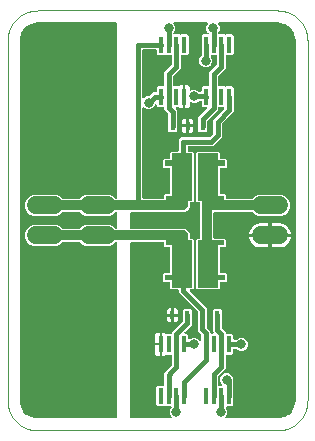
<source format=gtl>
G04 EAGLE Gerber X2 export*
%TF.Part,Single*%
%TF.FileFunction,Other,Top Layer*%
%TF.FilePolarity,Positive*%
%TF.GenerationSoftware,Autodesk,EAGLE,9.0.0*%
%TF.CreationDate,2018-05-03T06:03:55Z*%
G75*
%MOMM*%
%FSLAX35Y35*%
%LPD*%
%AMOC8*
5,1,8,0,0,1.08239X$1,22.5*%
G01*
%ADD10C,0.000000*%
%ADD11R,0.450000X1.450000*%
%ADD12R,0.400000X0.700000*%
%ADD13R,0.580000X2.500000*%
%ADD14C,1.524000*%
%ADD15C,0.806400*%
%ADD16C,0.812800*%
%ADD17C,0.450000*%
%ADD18C,0.406400*%

G36*
X1016194Y196882D02*
X1016194Y196882D01*
X1016389Y196860D01*
X1017405Y197080D01*
X1018428Y197248D01*
X1018602Y197340D01*
X1018794Y197381D01*
X1019687Y197913D01*
X1020604Y198398D01*
X1020739Y198541D01*
X1020908Y198642D01*
X1021583Y199429D01*
X1022299Y200182D01*
X1022382Y200360D01*
X1022510Y200510D01*
X1022899Y201474D01*
X1023337Y202413D01*
X1023358Y202608D01*
X1023432Y202791D01*
X1023619Y204470D01*
X1023619Y1682750D01*
X1023596Y1682895D01*
X1023609Y1683018D01*
X1023600Y1683059D01*
X1023609Y1683139D01*
X1023389Y1684155D01*
X1023222Y1685178D01*
X1023130Y1685352D01*
X1023088Y1685544D01*
X1022556Y1686437D01*
X1022071Y1687354D01*
X1021929Y1687489D01*
X1021828Y1687658D01*
X1021041Y1688333D01*
X1020288Y1689049D01*
X1020109Y1689132D01*
X1019960Y1689260D01*
X1018996Y1689649D01*
X1018056Y1690087D01*
X1017861Y1690108D01*
X1017678Y1690182D01*
X1016000Y1690369D01*
X1010042Y1690369D01*
X1009147Y1690223D01*
X1008239Y1690153D01*
X1007936Y1690025D01*
X1007613Y1689972D01*
X1006811Y1689548D01*
X1005973Y1689192D01*
X1005648Y1688933D01*
X1005438Y1688821D01*
X1005329Y1688706D01*
X1005317Y1688700D01*
X1005188Y1688565D01*
X1004654Y1688138D01*
X985247Y1668730D01*
X951638Y1654809D01*
X762861Y1654809D01*
X729253Y1668730D01*
X709846Y1688138D01*
X709108Y1688668D01*
X708418Y1689260D01*
X708113Y1689383D01*
X707847Y1689574D01*
X706978Y1689842D01*
X706136Y1690182D01*
X705724Y1690228D01*
X705496Y1690298D01*
X705169Y1690290D01*
X704458Y1690369D01*
X565542Y1690369D01*
X564647Y1690223D01*
X563739Y1690153D01*
X563436Y1690025D01*
X563113Y1689972D01*
X562311Y1689548D01*
X561473Y1689192D01*
X561148Y1688933D01*
X560938Y1688821D01*
X560829Y1688706D01*
X560817Y1688700D01*
X560688Y1688565D01*
X560154Y1688138D01*
X540747Y1668730D01*
X507138Y1654809D01*
X318361Y1654809D01*
X284753Y1668730D01*
X259030Y1694453D01*
X245109Y1728061D01*
X245109Y1764438D01*
X259030Y1798047D01*
X284753Y1823769D01*
X318361Y1837690D01*
X507138Y1837690D01*
X540747Y1823769D01*
X560154Y1804362D01*
X560892Y1803832D01*
X561582Y1803240D01*
X561886Y1803117D01*
X562153Y1802926D01*
X563021Y1802658D01*
X563863Y1802318D01*
X564276Y1802272D01*
X564504Y1802201D01*
X564831Y1802210D01*
X565542Y1802130D01*
X704458Y1802130D01*
X705353Y1802277D01*
X706261Y1802347D01*
X706563Y1802475D01*
X706886Y1802528D01*
X707689Y1802952D01*
X708526Y1803308D01*
X708851Y1803567D01*
X709062Y1803678D01*
X709286Y1803915D01*
X709846Y1804362D01*
X729253Y1823769D01*
X762861Y1837690D01*
X951638Y1837690D01*
X985247Y1823769D01*
X1004654Y1804362D01*
X1005392Y1803832D01*
X1006082Y1803240D01*
X1006386Y1803117D01*
X1006653Y1802926D01*
X1007521Y1802658D01*
X1008363Y1802318D01*
X1008776Y1802272D01*
X1009004Y1802201D01*
X1009331Y1802210D01*
X1010042Y1802130D01*
X1016000Y1802130D01*
X1016194Y1802162D01*
X1016389Y1802140D01*
X1017405Y1802360D01*
X1018428Y1802528D01*
X1018602Y1802620D01*
X1018794Y1802661D01*
X1019687Y1803193D01*
X1020604Y1803678D01*
X1020739Y1803821D01*
X1020908Y1803922D01*
X1021583Y1804709D01*
X1022299Y1805462D01*
X1022382Y1805640D01*
X1022510Y1805790D01*
X1022899Y1806754D01*
X1023337Y1807693D01*
X1023358Y1807888D01*
X1023432Y1808071D01*
X1023619Y1809750D01*
X1023619Y1936750D01*
X1023588Y1936944D01*
X1023609Y1937139D01*
X1023389Y1938155D01*
X1023222Y1939178D01*
X1023130Y1939352D01*
X1023088Y1939544D01*
X1022556Y1940437D01*
X1022071Y1941354D01*
X1021929Y1941489D01*
X1021828Y1941658D01*
X1021041Y1942333D01*
X1020288Y1943049D01*
X1020109Y1943132D01*
X1019960Y1943260D01*
X1018996Y1943649D01*
X1018056Y1944087D01*
X1017861Y1944108D01*
X1017678Y1944182D01*
X1016000Y1944369D01*
X1010042Y1944369D01*
X1009147Y1944223D01*
X1008238Y1944153D01*
X1007936Y1944025D01*
X1007613Y1943972D01*
X1006811Y1943548D01*
X1005973Y1943192D01*
X1005648Y1942933D01*
X1005438Y1942821D01*
X1005213Y1942585D01*
X1004654Y1942138D01*
X985247Y1922730D01*
X951638Y1908809D01*
X762861Y1908809D01*
X729253Y1922730D01*
X709846Y1942138D01*
X709108Y1942668D01*
X708418Y1943260D01*
X708113Y1943383D01*
X707848Y1943574D01*
X706980Y1943841D01*
X706137Y1944182D01*
X705724Y1944228D01*
X705496Y1944298D01*
X705169Y1944290D01*
X704458Y1944369D01*
X565542Y1944369D01*
X564647Y1944223D01*
X563739Y1944153D01*
X563436Y1944025D01*
X563113Y1943972D01*
X562311Y1943548D01*
X561473Y1943192D01*
X561148Y1942933D01*
X560938Y1942821D01*
X560713Y1942585D01*
X560154Y1942138D01*
X540747Y1922730D01*
X507138Y1908809D01*
X318361Y1908809D01*
X284753Y1922730D01*
X259030Y1948453D01*
X245109Y1982061D01*
X245109Y2018438D01*
X259030Y2052047D01*
X284753Y2077769D01*
X318361Y2091690D01*
X507138Y2091690D01*
X540747Y2077769D01*
X560154Y2058362D01*
X560892Y2057832D01*
X561582Y2057240D01*
X561886Y2057117D01*
X562153Y2056926D01*
X563021Y2056658D01*
X563863Y2056318D01*
X564276Y2056272D01*
X564504Y2056201D01*
X564831Y2056210D01*
X565542Y2056130D01*
X704458Y2056130D01*
X705353Y2056277D01*
X706261Y2056347D01*
X706564Y2056475D01*
X706887Y2056528D01*
X707688Y2056952D01*
X708527Y2057308D01*
X708852Y2057567D01*
X709062Y2057678D01*
X709287Y2057915D01*
X709846Y2058362D01*
X729253Y2077769D01*
X762861Y2091690D01*
X951638Y2091690D01*
X985247Y2077769D01*
X1004654Y2058362D01*
X1005392Y2057832D01*
X1006082Y2057240D01*
X1006386Y2057117D01*
X1006652Y2056926D01*
X1007520Y2056658D01*
X1008363Y2056318D01*
X1008776Y2056272D01*
X1009004Y2056201D01*
X1009331Y2056210D01*
X1010042Y2056130D01*
X1016000Y2056130D01*
X1016194Y2056162D01*
X1016389Y2056140D01*
X1017405Y2056360D01*
X1018428Y2056528D01*
X1018602Y2056620D01*
X1018794Y2056661D01*
X1019687Y2057193D01*
X1020604Y2057678D01*
X1020739Y2057821D01*
X1020908Y2057922D01*
X1021583Y2058709D01*
X1022299Y2059462D01*
X1022382Y2059640D01*
X1022510Y2059790D01*
X1022899Y2060754D01*
X1023337Y2061693D01*
X1023358Y2061888D01*
X1023432Y2062071D01*
X1023619Y2063750D01*
X1023619Y3542030D01*
X1023606Y3542113D01*
X1023609Y3542145D01*
X1023589Y3542238D01*
X1023609Y3542419D01*
X1023389Y3543435D01*
X1023222Y3544458D01*
X1023130Y3544632D01*
X1023088Y3544824D01*
X1022556Y3545717D01*
X1022071Y3546634D01*
X1021929Y3546769D01*
X1021828Y3546938D01*
X1021041Y3547613D01*
X1020288Y3548329D01*
X1020109Y3548412D01*
X1019960Y3548540D01*
X1018996Y3548929D01*
X1018056Y3549367D01*
X1017861Y3549388D01*
X1017678Y3549462D01*
X1016000Y3549649D01*
X349250Y3549649D01*
X349063Y3549619D01*
X348752Y3549633D01*
X329854Y3548394D01*
X329609Y3548338D01*
X328381Y3548151D01*
X291873Y3538369D01*
X291734Y3538306D01*
X291583Y3538285D01*
X290035Y3537608D01*
X257304Y3518710D01*
X257186Y3518613D01*
X257045Y3518554D01*
X255726Y3517499D01*
X229000Y3490774D01*
X228911Y3490649D01*
X228791Y3490556D01*
X227790Y3489196D01*
X208892Y3456464D01*
X208838Y3456322D01*
X208746Y3456200D01*
X208131Y3454627D01*
X198349Y3418119D01*
X198324Y3417873D01*
X198105Y3416646D01*
X196867Y3397748D01*
X196885Y3397560D01*
X196850Y3397250D01*
X196850Y349250D01*
X196881Y349063D01*
X196878Y348997D01*
X196861Y348848D01*
X196869Y348811D01*
X196867Y348752D01*
X198105Y329854D01*
X198162Y329609D01*
X198349Y328381D01*
X208131Y291873D01*
X208193Y291734D01*
X208215Y291583D01*
X208892Y290035D01*
X227790Y257304D01*
X227886Y257186D01*
X227946Y257045D01*
X229000Y255726D01*
X255726Y229000D01*
X255850Y228911D01*
X255944Y228791D01*
X257304Y227790D01*
X290035Y208892D01*
X290178Y208838D01*
X290300Y208746D01*
X291873Y208131D01*
X328381Y198349D01*
X328628Y198324D01*
X329854Y198105D01*
X348751Y196867D01*
X348940Y196885D01*
X349250Y196850D01*
X1016000Y196850D01*
X1016194Y196882D01*
G37*
G36*
X2381436Y196881D02*
X2381436Y196881D01*
X2381748Y196867D01*
X2400646Y198105D01*
X2400891Y198162D01*
X2402119Y198349D01*
X2438627Y208131D01*
X2438766Y208193D01*
X2438917Y208215D01*
X2440464Y208892D01*
X2473196Y227790D01*
X2473314Y227886D01*
X2473455Y227946D01*
X2474774Y229000D01*
X2501499Y255726D01*
X2501589Y255850D01*
X2501709Y255944D01*
X2502710Y257304D01*
X2521608Y290035D01*
X2521661Y290177D01*
X2521754Y290300D01*
X2522284Y291656D01*
X2522346Y291789D01*
X2522350Y291824D01*
X2522369Y291873D01*
X2532151Y328380D01*
X2532176Y328627D01*
X2532394Y329854D01*
X2533633Y348751D01*
X2533615Y348940D01*
X2533649Y349250D01*
X2533649Y3397250D01*
X2533635Y3397338D01*
X2533639Y3397377D01*
X2533620Y3397466D01*
X2533633Y3397748D01*
X2532394Y3416646D01*
X2532338Y3416891D01*
X2532151Y3418119D01*
X2522369Y3454627D01*
X2522306Y3454766D01*
X2522285Y3454917D01*
X2521608Y3456464D01*
X2502710Y3489196D01*
X2502613Y3489314D01*
X2502554Y3489455D01*
X2501499Y3490774D01*
X2474774Y3517499D01*
X2474649Y3517589D01*
X2474556Y3517709D01*
X2473196Y3518710D01*
X2440464Y3537608D01*
X2440322Y3537662D01*
X2440200Y3537754D01*
X2438627Y3538369D01*
X2402119Y3548151D01*
X2401872Y3548176D01*
X2400646Y3548394D01*
X2381748Y3549633D01*
X2381560Y3549615D01*
X2381250Y3549649D01*
X1882319Y3549649D01*
X1881613Y3549534D01*
X1880897Y3549515D01*
X1880406Y3549336D01*
X1879891Y3549252D01*
X1879258Y3548917D01*
X1878585Y3548672D01*
X1878177Y3548345D01*
X1877716Y3548101D01*
X1877223Y3547583D01*
X1876663Y3547135D01*
X1876380Y3546696D01*
X1876021Y3546318D01*
X1875719Y3545669D01*
X1875331Y3545066D01*
X1875203Y3544559D01*
X1874983Y3544086D01*
X1874903Y3543375D01*
X1874728Y3542680D01*
X1874768Y3542159D01*
X1874710Y3541641D01*
X1874862Y3540940D01*
X1874917Y3540227D01*
X1875120Y3539747D01*
X1875231Y3539236D01*
X1875598Y3538621D01*
X1875877Y3537962D01*
X1876324Y3537403D01*
X1876491Y3537122D01*
X1876672Y3536967D01*
X1876761Y3536856D01*
X1876766Y3536848D01*
X1876771Y3536844D01*
X1876932Y3536642D01*
X1882102Y3531473D01*
X1890560Y3511052D01*
X1890560Y3488948D01*
X1882102Y3468528D01*
X1881222Y3467648D01*
X1880692Y3466909D01*
X1880100Y3466220D01*
X1879977Y3465915D01*
X1879786Y3465649D01*
X1879518Y3464780D01*
X1879178Y3463938D01*
X1879132Y3463526D01*
X1879061Y3463298D01*
X1879070Y3462971D01*
X1878990Y3462260D01*
X1878990Y3455610D01*
X1879022Y3455416D01*
X1879000Y3455220D01*
X1879220Y3454205D01*
X1879388Y3453181D01*
X1879480Y3453008D01*
X1879521Y3452815D01*
X1880053Y3451923D01*
X1880538Y3451006D01*
X1880681Y3450870D01*
X1880782Y3450702D01*
X1881569Y3450027D01*
X1882322Y3449311D01*
X1882500Y3449228D01*
X1882650Y3449100D01*
X1883614Y3448710D01*
X1884553Y3448273D01*
X1884748Y3448251D01*
X1884931Y3448178D01*
X1886610Y3447990D01*
X1936109Y3447990D01*
X1936718Y3447836D01*
X1937710Y3447530D01*
X1937908Y3447535D01*
X1938099Y3447487D01*
X1939133Y3447566D01*
X1940170Y3447593D01*
X1940355Y3447660D01*
X1940553Y3447675D01*
X1941295Y3447990D01*
X2000063Y3447990D01*
X2008990Y3439063D01*
X2008990Y3281437D01*
X2000063Y3272509D01*
X1951610Y3272509D01*
X1951416Y3272478D01*
X1951220Y3272499D01*
X1950205Y3272279D01*
X1949181Y3272112D01*
X1949008Y3272020D01*
X1948815Y3271978D01*
X1947923Y3271446D01*
X1947006Y3270961D01*
X1946870Y3270819D01*
X1946702Y3270718D01*
X1946027Y3269931D01*
X1945311Y3269178D01*
X1945228Y3268999D01*
X1945100Y3268850D01*
X1944710Y3267886D01*
X1944273Y3266946D01*
X1944251Y3266751D01*
X1944178Y3266568D01*
X1943990Y3264890D01*
X1943990Y3160617D01*
X1881222Y3097849D01*
X1880692Y3097111D01*
X1880100Y3096421D01*
X1879977Y3096117D01*
X1879786Y3095850D01*
X1879518Y3094982D01*
X1879178Y3094139D01*
X1879132Y3093727D01*
X1879061Y3093499D01*
X1879070Y3093172D01*
X1878990Y3092461D01*
X1878990Y3015610D01*
X1879022Y3015416D01*
X1879000Y3015220D01*
X1879220Y3014205D01*
X1879388Y3013181D01*
X1879480Y3013008D01*
X1879521Y3012815D01*
X1880053Y3011923D01*
X1880538Y3011006D01*
X1880681Y3010870D01*
X1880782Y3010702D01*
X1881569Y3010027D01*
X1882322Y3009311D01*
X1882500Y3009228D01*
X1882650Y3009100D01*
X1883614Y3008710D01*
X1884553Y3008273D01*
X1884748Y3008251D01*
X1884931Y3008178D01*
X1886610Y3007990D01*
X1936109Y3007990D01*
X1936718Y3007836D01*
X1937710Y3007530D01*
X1937908Y3007535D01*
X1938099Y3007487D01*
X1939133Y3007566D01*
X1940170Y3007593D01*
X1940355Y3007660D01*
X1940553Y3007675D01*
X1941295Y3007990D01*
X2000063Y3007990D01*
X2008990Y2999063D01*
X2008990Y2791867D01*
X1913722Y2696599D01*
X1913192Y2695861D01*
X1912600Y2695171D01*
X1912477Y2694867D01*
X1912286Y2694600D01*
X1912018Y2693732D01*
X1911678Y2692889D01*
X1911632Y2692477D01*
X1911561Y2692249D01*
X1911570Y2691922D01*
X1911490Y2691211D01*
X1911490Y2578117D01*
X1859972Y2526599D01*
X1859971Y2526598D01*
X1835633Y2502259D01*
X1628110Y2502259D01*
X1627916Y2502228D01*
X1627720Y2502249D01*
X1626705Y2502029D01*
X1625681Y2501862D01*
X1625508Y2501770D01*
X1625315Y2501728D01*
X1624423Y2501196D01*
X1623506Y2500711D01*
X1623370Y2500569D01*
X1623202Y2500468D01*
X1622527Y2499681D01*
X1621811Y2498928D01*
X1621728Y2498749D01*
X1621600Y2498600D01*
X1621210Y2497636D01*
X1620773Y2496696D01*
X1620751Y2496501D01*
X1620678Y2496318D01*
X1620490Y2494640D01*
X1620490Y2464110D01*
X1620522Y2463916D01*
X1620500Y2463720D01*
X1620720Y2462705D01*
X1620888Y2461681D01*
X1620980Y2461508D01*
X1621021Y2461315D01*
X1621553Y2460423D01*
X1622038Y2459506D01*
X1622181Y2459370D01*
X1622282Y2459202D01*
X1623069Y2458527D01*
X1623822Y2457811D01*
X1624000Y2457728D01*
X1624150Y2457600D01*
X1625114Y2457210D01*
X1626053Y2456773D01*
X1626248Y2456751D01*
X1626431Y2456678D01*
X1628110Y2456490D01*
X1664063Y2456490D01*
X1672990Y2447563D01*
X1672990Y2034937D01*
X1664063Y2026009D01*
X1646250Y2026009D01*
X1646056Y2025978D01*
X1645860Y2025999D01*
X1644845Y2025779D01*
X1643821Y2025612D01*
X1643648Y2025520D01*
X1643455Y2025478D01*
X1642563Y2024946D01*
X1641646Y2024461D01*
X1641510Y2024319D01*
X1641342Y2024218D01*
X1640667Y2023431D01*
X1639951Y2022678D01*
X1639868Y2022499D01*
X1639740Y2022350D01*
X1639350Y2021386D01*
X1638913Y2020446D01*
X1638891Y2020251D01*
X1638818Y2020068D01*
X1638630Y2018390D01*
X1638630Y1989134D01*
X1630123Y1968596D01*
X1614403Y1952877D01*
X1593865Y1944369D01*
X1143000Y1944369D01*
X1142806Y1944338D01*
X1142611Y1944359D01*
X1141595Y1944139D01*
X1140572Y1943972D01*
X1140398Y1943880D01*
X1140206Y1943838D01*
X1139313Y1943306D01*
X1138396Y1942821D01*
X1138261Y1942679D01*
X1138092Y1942578D01*
X1137417Y1941791D01*
X1136701Y1941038D01*
X1136618Y1940859D01*
X1136490Y1940710D01*
X1136099Y1939742D01*
X1135663Y1938806D01*
X1135642Y1938611D01*
X1135568Y1938428D01*
X1135381Y1936750D01*
X1135381Y1809750D01*
X1135413Y1809556D01*
X1135391Y1809360D01*
X1135611Y1808345D01*
X1135778Y1807321D01*
X1135870Y1807148D01*
X1135912Y1806955D01*
X1136444Y1806063D01*
X1136929Y1805146D01*
X1137071Y1805010D01*
X1137172Y1804842D01*
X1137959Y1804167D01*
X1138713Y1803451D01*
X1138891Y1803368D01*
X1139040Y1803240D01*
X1140004Y1802850D01*
X1140944Y1802413D01*
X1141139Y1802391D01*
X1141322Y1802318D01*
X1143000Y1802130D01*
X1593865Y1802130D01*
X1614403Y1793623D01*
X1630123Y1777903D01*
X1638630Y1757365D01*
X1638630Y1728110D01*
X1638647Y1728011D01*
X1638640Y1727955D01*
X1638658Y1727875D01*
X1638640Y1727720D01*
X1638860Y1726705D01*
X1639028Y1725681D01*
X1639120Y1725508D01*
X1639161Y1725315D01*
X1639693Y1724423D01*
X1640178Y1723506D01*
X1640321Y1723370D01*
X1640422Y1723202D01*
X1641209Y1722527D01*
X1641962Y1721811D01*
X1642140Y1721728D01*
X1642290Y1721600D01*
X1643254Y1721210D01*
X1644193Y1720773D01*
X1644388Y1720751D01*
X1644571Y1720678D01*
X1646250Y1720490D01*
X1664063Y1720490D01*
X1672990Y1711563D01*
X1672990Y1298937D01*
X1664063Y1290009D01*
X1644508Y1290009D01*
X1643801Y1289894D01*
X1643086Y1289875D01*
X1642595Y1289696D01*
X1642080Y1289612D01*
X1641448Y1289278D01*
X1640774Y1289032D01*
X1640366Y1288705D01*
X1639904Y1288461D01*
X1639411Y1287942D01*
X1638852Y1287495D01*
X1638570Y1287057D01*
X1638209Y1286678D01*
X1637907Y1286027D01*
X1637520Y1285426D01*
X1637392Y1284920D01*
X1637172Y1284446D01*
X1637092Y1283735D01*
X1636917Y1283041D01*
X1636957Y1282519D01*
X1636899Y1282001D01*
X1637050Y1281302D01*
X1637105Y1280587D01*
X1637309Y1280106D01*
X1637420Y1279596D01*
X1637786Y1278981D01*
X1638066Y1278322D01*
X1638513Y1277762D01*
X1638680Y1277482D01*
X1638860Y1277328D01*
X1639120Y1277002D01*
X1783490Y1132633D01*
X1783490Y971788D01*
X1783637Y970893D01*
X1783707Y969986D01*
X1783835Y969683D01*
X1783888Y969360D01*
X1784312Y968558D01*
X1784668Y967720D01*
X1784927Y967395D01*
X1785038Y967185D01*
X1785275Y966960D01*
X1785722Y966401D01*
X1812990Y939133D01*
X1812990Y921610D01*
X1813022Y921416D01*
X1813000Y921220D01*
X1813220Y920205D01*
X1813388Y919181D01*
X1813480Y919008D01*
X1813521Y918815D01*
X1814053Y917923D01*
X1814538Y917006D01*
X1814681Y916870D01*
X1814782Y916702D01*
X1815569Y916027D01*
X1816322Y915311D01*
X1816500Y915228D01*
X1816650Y915100D01*
X1817614Y914710D01*
X1818553Y914273D01*
X1818748Y914251D01*
X1818931Y914178D01*
X1820610Y913990D01*
X1832763Y913990D01*
X1833470Y914106D01*
X1834185Y914124D01*
X1834676Y914303D01*
X1835191Y914388D01*
X1835824Y914723D01*
X1836497Y914968D01*
X1836905Y915294D01*
X1837367Y915538D01*
X1837860Y916058D01*
X1838419Y916505D01*
X1838702Y916943D01*
X1839062Y917322D01*
X1839363Y917971D01*
X1839751Y918573D01*
X1839879Y919081D01*
X1840099Y919553D01*
X1840179Y920264D01*
X1840354Y920959D01*
X1840314Y921480D01*
X1840372Y921999D01*
X1840221Y922699D01*
X1840166Y923413D01*
X1839962Y923893D01*
X1839851Y924404D01*
X1839485Y925019D01*
X1839205Y925678D01*
X1838758Y926238D01*
X1838591Y926518D01*
X1838410Y926673D01*
X1838150Y926998D01*
X1835009Y930138D01*
X1835009Y1085883D01*
X1835278Y1086151D01*
X1835808Y1086889D01*
X1836400Y1087579D01*
X1836523Y1087883D01*
X1836714Y1088149D01*
X1836982Y1089018D01*
X1837322Y1089860D01*
X1837368Y1090273D01*
X1837438Y1090501D01*
X1837430Y1090828D01*
X1837509Y1091539D01*
X1837509Y1111563D01*
X1846437Y1120490D01*
X1899063Y1120490D01*
X1907990Y1111563D01*
X1907990Y1091539D01*
X1908137Y1090643D01*
X1908207Y1089736D01*
X1908335Y1089433D01*
X1908388Y1089110D01*
X1908812Y1088308D01*
X1909168Y1087470D01*
X1909427Y1087145D01*
X1909538Y1086935D01*
X1909775Y1086710D01*
X1910222Y1086151D01*
X1910490Y1085883D01*
X1910490Y964560D01*
X1910637Y963665D01*
X1910707Y962757D01*
X1910835Y962454D01*
X1910888Y962132D01*
X1911312Y961329D01*
X1911668Y960492D01*
X1911927Y960167D01*
X1912038Y959956D01*
X1912275Y959732D01*
X1912722Y959172D01*
X1942990Y928904D01*
X1942990Y921610D01*
X1943022Y921416D01*
X1943000Y921220D01*
X1943220Y920205D01*
X1943388Y919181D01*
X1943480Y919008D01*
X1943521Y918815D01*
X1944053Y917923D01*
X1944538Y917006D01*
X1944681Y916870D01*
X1944782Y916702D01*
X1945569Y916027D01*
X1946322Y915311D01*
X1946500Y915228D01*
X1946650Y915100D01*
X1947614Y914710D01*
X1948553Y914273D01*
X1948748Y914251D01*
X1948931Y914178D01*
X1950610Y913990D01*
X1999063Y913990D01*
X2007990Y905063D01*
X2007990Y870360D01*
X2008022Y870166D01*
X2008000Y869970D01*
X2008220Y868955D01*
X2008388Y867931D01*
X2008480Y867758D01*
X2008521Y867565D01*
X2009053Y866673D01*
X2009538Y865756D01*
X2009681Y865620D01*
X2009782Y865452D01*
X2010569Y864777D01*
X2011322Y864061D01*
X2011500Y863978D01*
X2011650Y863850D01*
X2012614Y863460D01*
X2013553Y863023D01*
X2013748Y863001D01*
X2013931Y862928D01*
X2015610Y862740D01*
X2031010Y862740D01*
X2031905Y862887D01*
X2032813Y862957D01*
X2033115Y863085D01*
X2033438Y863138D01*
X2034241Y863562D01*
X2035078Y863918D01*
X2035403Y864177D01*
X2035613Y864288D01*
X2035838Y864525D01*
X2036398Y864972D01*
X2043528Y872102D01*
X2063948Y880560D01*
X2086052Y880560D01*
X2106472Y872102D01*
X2122102Y856472D01*
X2130560Y836052D01*
X2130560Y813948D01*
X2122102Y793528D01*
X2106472Y777898D01*
X2086052Y769439D01*
X2063948Y769439D01*
X2043528Y777898D01*
X2036398Y785028D01*
X2035659Y785558D01*
X2034970Y786150D01*
X2034665Y786273D01*
X2034399Y786464D01*
X2033530Y786732D01*
X2032688Y787072D01*
X2032276Y787118D01*
X2032048Y787188D01*
X2031721Y787180D01*
X2031010Y787259D01*
X2015610Y787259D01*
X2015416Y787228D01*
X2015220Y787249D01*
X2014205Y787029D01*
X2013181Y786862D01*
X2013008Y786770D01*
X2012815Y786728D01*
X2011923Y786196D01*
X2011006Y785711D01*
X2010870Y785569D01*
X2010702Y785468D01*
X2010027Y784681D01*
X2009311Y783928D01*
X2009228Y783749D01*
X2009100Y783600D01*
X2008710Y782636D01*
X2008273Y781696D01*
X2008251Y781501D01*
X2008178Y781318D01*
X2007990Y779640D01*
X2007990Y747437D01*
X1999063Y738509D01*
X1950610Y738509D01*
X1950416Y738478D01*
X1950220Y738499D01*
X1949205Y738279D01*
X1948181Y738112D01*
X1948008Y738020D01*
X1947815Y737978D01*
X1946923Y737446D01*
X1946006Y736961D01*
X1945870Y736819D01*
X1945702Y736718D01*
X1945027Y735931D01*
X1944311Y735178D01*
X1944228Y734999D01*
X1944100Y734850D01*
X1943710Y733886D01*
X1943273Y732946D01*
X1943251Y732751D01*
X1943178Y732568D01*
X1942990Y730890D01*
X1942990Y619617D01*
X1880222Y556849D01*
X1879692Y556111D01*
X1879100Y555421D01*
X1878977Y555117D01*
X1878786Y554850D01*
X1878518Y553982D01*
X1878178Y553139D01*
X1878132Y552727D01*
X1878061Y552499D01*
X1878070Y552172D01*
X1877990Y551461D01*
X1877990Y481610D01*
X1878022Y481416D01*
X1878000Y481220D01*
X1878220Y480205D01*
X1878388Y479181D01*
X1878480Y479008D01*
X1878521Y478815D01*
X1879053Y477923D01*
X1879538Y477006D01*
X1879681Y476870D01*
X1879782Y476702D01*
X1880569Y476027D01*
X1881322Y475311D01*
X1881500Y475228D01*
X1881650Y475100D01*
X1882614Y474710D01*
X1883553Y474273D01*
X1883748Y474251D01*
X1883931Y474178D01*
X1885610Y473990D01*
X1904040Y473990D01*
X1904747Y474106D01*
X1905463Y474124D01*
X1905953Y474303D01*
X1906469Y474388D01*
X1907102Y474723D01*
X1907774Y474968D01*
X1908183Y475294D01*
X1908644Y475538D01*
X1909137Y476057D01*
X1909697Y476504D01*
X1909979Y476944D01*
X1910339Y477322D01*
X1910641Y477971D01*
X1911029Y478573D01*
X1911157Y479081D01*
X1911377Y479553D01*
X1911456Y480264D01*
X1911632Y480959D01*
X1911592Y481480D01*
X1911650Y481999D01*
X1911498Y482699D01*
X1911443Y483413D01*
X1911239Y483893D01*
X1911129Y484404D01*
X1910762Y485019D01*
X1910483Y485678D01*
X1910036Y486237D01*
X1909868Y486518D01*
X1909688Y486673D01*
X1909428Y486998D01*
X1902898Y493527D01*
X1894439Y513948D01*
X1894439Y536052D01*
X1902898Y556472D01*
X1918528Y572102D01*
X1938948Y580560D01*
X1961052Y580560D01*
X1981472Y572102D01*
X1997102Y556472D01*
X2005560Y536052D01*
X2005560Y525969D01*
X2005707Y525073D01*
X2005777Y524166D01*
X2005905Y523863D01*
X2005958Y523540D01*
X2006382Y522738D01*
X2006738Y521900D01*
X2006997Y521575D01*
X2007108Y521365D01*
X2007345Y521140D01*
X2007792Y520581D01*
X2007990Y520383D01*
X2007990Y307437D01*
X1999063Y298509D01*
X1950610Y298509D01*
X1950416Y298478D01*
X1950220Y298499D01*
X1949205Y298279D01*
X1948181Y298112D01*
X1948008Y298020D01*
X1947815Y297978D01*
X1946923Y297446D01*
X1946006Y296961D01*
X1945870Y296819D01*
X1945702Y296718D01*
X1945027Y295931D01*
X1944311Y295178D01*
X1944228Y294999D01*
X1944100Y294850D01*
X1943710Y293886D01*
X1943273Y292946D01*
X1943251Y292751D01*
X1943178Y292568D01*
X1942990Y290890D01*
X1942990Y288740D01*
X1943137Y287845D01*
X1943207Y286937D01*
X1943335Y286634D01*
X1943388Y286312D01*
X1943812Y285509D01*
X1944168Y284672D01*
X1944427Y284347D01*
X1944538Y284136D01*
X1944775Y283912D01*
X1945222Y283352D01*
X1947102Y281472D01*
X1955560Y261052D01*
X1955560Y238948D01*
X1947102Y218527D01*
X1938432Y209858D01*
X1938015Y209277D01*
X1937521Y208757D01*
X1937300Y208283D01*
X1936996Y207859D01*
X1936785Y207175D01*
X1936483Y206526D01*
X1936425Y206008D01*
X1936271Y205508D01*
X1936289Y204791D01*
X1936210Y204080D01*
X1936320Y203571D01*
X1936334Y203048D01*
X1936580Y202374D01*
X1936731Y201675D01*
X1936998Y201227D01*
X1937178Y200736D01*
X1937625Y200176D01*
X1937991Y199562D01*
X1938388Y199222D01*
X1938714Y198814D01*
X1939315Y198427D01*
X1939859Y197960D01*
X1940344Y197764D01*
X1940783Y197482D01*
X1941477Y197306D01*
X1942141Y197038D01*
X1942852Y196958D01*
X1943169Y196878D01*
X1943406Y196896D01*
X1943819Y196850D01*
X2381250Y196850D01*
X2381436Y196881D01*
G37*
G36*
X1481887Y196966D02*
X1481887Y196966D01*
X1482603Y196984D01*
X1483093Y197163D01*
X1483609Y197248D01*
X1484242Y197583D01*
X1484914Y197828D01*
X1485323Y198154D01*
X1485784Y198398D01*
X1486277Y198917D01*
X1486837Y199364D01*
X1487119Y199804D01*
X1487479Y200182D01*
X1487781Y200831D01*
X1488169Y201433D01*
X1488297Y201941D01*
X1488517Y202413D01*
X1488596Y203124D01*
X1488772Y203819D01*
X1488732Y204340D01*
X1488790Y204859D01*
X1488638Y205559D01*
X1488583Y206273D01*
X1488379Y206753D01*
X1488269Y207264D01*
X1487902Y207879D01*
X1487623Y208538D01*
X1487176Y209097D01*
X1487008Y209378D01*
X1486828Y209533D01*
X1486568Y209858D01*
X1477898Y218527D01*
X1469439Y238948D01*
X1469439Y261052D01*
X1477898Y281473D01*
X1481928Y285502D01*
X1482345Y286083D01*
X1482839Y286603D01*
X1483060Y287077D01*
X1483364Y287500D01*
X1483575Y288185D01*
X1483877Y288834D01*
X1483935Y289352D01*
X1484089Y289852D01*
X1484070Y290569D01*
X1484150Y291279D01*
X1484039Y291789D01*
X1484026Y292312D01*
X1483780Y292985D01*
X1483629Y293684D01*
X1483362Y294133D01*
X1483182Y294624D01*
X1482735Y295184D01*
X1482368Y295798D01*
X1481973Y296137D01*
X1481646Y296546D01*
X1481044Y296933D01*
X1480500Y297400D01*
X1480016Y297596D01*
X1479577Y297878D01*
X1478883Y298054D01*
X1478219Y298322D01*
X1477508Y298402D01*
X1477191Y298482D01*
X1476953Y298463D01*
X1476540Y298509D01*
X1429391Y298509D01*
X1428782Y298663D01*
X1427790Y298969D01*
X1427592Y298964D01*
X1427401Y299013D01*
X1426367Y298933D01*
X1425330Y298907D01*
X1425144Y298839D01*
X1424947Y298824D01*
X1424204Y298509D01*
X1365437Y298509D01*
X1356509Y307437D01*
X1356509Y465063D01*
X1365437Y473990D01*
X1413890Y473990D01*
X1414084Y474022D01*
X1414279Y474000D01*
X1415295Y474220D01*
X1416318Y474388D01*
X1416492Y474480D01*
X1416684Y474521D01*
X1417577Y475053D01*
X1418494Y475538D01*
X1418629Y475681D01*
X1418798Y475782D01*
X1419473Y476569D01*
X1420189Y477322D01*
X1420272Y477500D01*
X1420400Y477650D01*
X1420789Y478614D01*
X1421227Y479553D01*
X1421248Y479748D01*
X1421322Y479931D01*
X1421509Y481610D01*
X1421509Y584883D01*
X1484278Y647651D01*
X1484808Y648389D01*
X1485400Y649079D01*
X1485523Y649383D01*
X1485714Y649649D01*
X1485982Y650518D01*
X1486322Y651360D01*
X1486368Y651773D01*
X1486438Y652001D01*
X1486430Y652328D01*
X1486509Y653039D01*
X1486509Y730890D01*
X1486478Y731084D01*
X1486499Y731279D01*
X1486279Y732295D01*
X1486112Y733318D01*
X1486020Y733492D01*
X1485978Y733684D01*
X1485446Y734577D01*
X1484961Y735494D01*
X1484819Y735629D01*
X1484718Y735798D01*
X1483931Y736473D01*
X1483178Y737189D01*
X1482999Y737272D01*
X1482850Y737400D01*
X1481886Y737789D01*
X1480946Y738227D01*
X1480751Y738248D01*
X1480568Y738322D01*
X1478890Y738509D01*
X1440587Y738509D01*
X1439692Y738363D01*
X1438784Y738293D01*
X1438482Y738165D01*
X1438159Y738112D01*
X1437356Y737688D01*
X1436519Y737332D01*
X1436194Y737073D01*
X1435983Y736961D01*
X1435759Y736725D01*
X1435199Y736278D01*
X1432346Y733425D01*
X1426553Y730080D01*
X1420094Y728349D01*
X1405499Y728349D01*
X1405499Y822618D01*
X1405468Y822812D01*
X1405489Y823007D01*
X1405269Y824023D01*
X1405102Y825046D01*
X1405010Y825220D01*
X1404968Y825412D01*
X1404501Y826197D01*
X1404779Y826886D01*
X1405217Y827826D01*
X1405238Y828021D01*
X1405312Y828203D01*
X1405499Y829882D01*
X1405499Y924150D01*
X1420094Y924150D01*
X1426553Y922419D01*
X1432346Y919075D01*
X1435199Y916222D01*
X1435938Y915692D01*
X1436627Y915100D01*
X1436932Y914977D01*
X1437198Y914786D01*
X1438067Y914518D01*
X1438909Y914178D01*
X1439321Y914132D01*
X1439549Y914061D01*
X1439876Y914070D01*
X1440587Y913990D01*
X1478890Y913990D01*
X1479084Y914022D01*
X1479279Y914000D01*
X1480295Y914220D01*
X1481318Y914388D01*
X1481492Y914480D01*
X1481684Y914521D01*
X1482577Y915053D01*
X1483494Y915538D01*
X1483629Y915681D01*
X1483798Y915782D01*
X1484473Y916569D01*
X1485189Y917322D01*
X1485272Y917500D01*
X1485400Y917650D01*
X1485789Y918614D01*
X1486227Y919553D01*
X1486248Y919748D01*
X1486322Y919931D01*
X1486509Y921610D01*
X1486509Y925255D01*
X1578778Y1017523D01*
X1579308Y1018262D01*
X1579900Y1018951D01*
X1580023Y1019256D01*
X1580214Y1019522D01*
X1580482Y1020391D01*
X1580822Y1021233D01*
X1580868Y1021645D01*
X1580938Y1021873D01*
X1580930Y1022200D01*
X1581009Y1022911D01*
X1581009Y1085883D01*
X1581278Y1086151D01*
X1581808Y1086889D01*
X1582400Y1087579D01*
X1582523Y1087883D01*
X1582714Y1088149D01*
X1582982Y1089018D01*
X1583322Y1089860D01*
X1583368Y1090273D01*
X1583438Y1090501D01*
X1583430Y1090828D01*
X1583509Y1091539D01*
X1583509Y1111563D01*
X1592437Y1120490D01*
X1645063Y1120490D01*
X1653990Y1111563D01*
X1653990Y1091539D01*
X1654137Y1090643D01*
X1654207Y1089736D01*
X1654335Y1089433D01*
X1654388Y1089110D01*
X1654812Y1088308D01*
X1655168Y1087470D01*
X1655427Y1087145D01*
X1655538Y1086935D01*
X1655775Y1086710D01*
X1656222Y1086151D01*
X1656490Y1085883D01*
X1656490Y988490D01*
X1594998Y926998D01*
X1594580Y926416D01*
X1594087Y925897D01*
X1593867Y925424D01*
X1593562Y924999D01*
X1593350Y924314D01*
X1593049Y923666D01*
X1592991Y923148D01*
X1592837Y922648D01*
X1592856Y921931D01*
X1592776Y921220D01*
X1592887Y920711D01*
X1592900Y920188D01*
X1593146Y919514D01*
X1593297Y918815D01*
X1593564Y918367D01*
X1593744Y917876D01*
X1594191Y917316D01*
X1594558Y916702D01*
X1594954Y916362D01*
X1595280Y915954D01*
X1595881Y915567D01*
X1596426Y915100D01*
X1596911Y914904D01*
X1597349Y914622D01*
X1598043Y914446D01*
X1598707Y914178D01*
X1599418Y914098D01*
X1599735Y914018D01*
X1599973Y914036D01*
X1600386Y913990D01*
X1618063Y913990D01*
X1626990Y905063D01*
X1626990Y873959D01*
X1627106Y873253D01*
X1627124Y872537D01*
X1627303Y872046D01*
X1627388Y871531D01*
X1627723Y870898D01*
X1627968Y870225D01*
X1628294Y869818D01*
X1628538Y869356D01*
X1629058Y868862D01*
X1629505Y868303D01*
X1629943Y868021D01*
X1630322Y867661D01*
X1630972Y867358D01*
X1631574Y866971D01*
X1632080Y866843D01*
X1632553Y866623D01*
X1633264Y866543D01*
X1633959Y866368D01*
X1634480Y866408D01*
X1634999Y866350D01*
X1635699Y866502D01*
X1636413Y866557D01*
X1636893Y866760D01*
X1637404Y866871D01*
X1638019Y867238D01*
X1638678Y867517D01*
X1639238Y867964D01*
X1639518Y868131D01*
X1639673Y868312D01*
X1639998Y868572D01*
X1643528Y872102D01*
X1663948Y880560D01*
X1686052Y880560D01*
X1706472Y872102D01*
X1722102Y856472D01*
X1722850Y854665D01*
X1723364Y853836D01*
X1723819Y852976D01*
X1724008Y852796D01*
X1724147Y852573D01*
X1724896Y851952D01*
X1725603Y851281D01*
X1725840Y851170D01*
X1726042Y851003D01*
X1726950Y850654D01*
X1727834Y850243D01*
X1728094Y850214D01*
X1728339Y850120D01*
X1729313Y850078D01*
X1730279Y849970D01*
X1730535Y850026D01*
X1730797Y850014D01*
X1731735Y850286D01*
X1732684Y850491D01*
X1732909Y850625D01*
X1733161Y850698D01*
X1733963Y851254D01*
X1734798Y851752D01*
X1734968Y851950D01*
X1735184Y852100D01*
X1735765Y852879D01*
X1736400Y853620D01*
X1736498Y853863D01*
X1736654Y854073D01*
X1736957Y854998D01*
X1737322Y855901D01*
X1737358Y856225D01*
X1737419Y856412D01*
X1737417Y856748D01*
X1737509Y857580D01*
X1737509Y904711D01*
X1737363Y905607D01*
X1737293Y906513D01*
X1737165Y906816D01*
X1737112Y907139D01*
X1736688Y907941D01*
X1736333Y908779D01*
X1736073Y909104D01*
X1735961Y909315D01*
X1735725Y909539D01*
X1735278Y910098D01*
X1732349Y913028D01*
X1732348Y913028D01*
X1708009Y937367D01*
X1708009Y1098211D01*
X1707863Y1099106D01*
X1707793Y1100014D01*
X1707665Y1100317D01*
X1707612Y1100639D01*
X1707188Y1101442D01*
X1706832Y1102279D01*
X1706573Y1102604D01*
X1706461Y1102815D01*
X1706225Y1103039D01*
X1705778Y1103599D01*
X1545009Y1264367D01*
X1545009Y1282390D01*
X1544978Y1282584D01*
X1544999Y1282779D01*
X1544779Y1283795D01*
X1544612Y1284818D01*
X1544520Y1284992D01*
X1544478Y1285184D01*
X1543946Y1286077D01*
X1543461Y1286994D01*
X1543319Y1287129D01*
X1543218Y1287298D01*
X1542431Y1287973D01*
X1541678Y1288689D01*
X1541499Y1288772D01*
X1541350Y1288900D01*
X1540386Y1289289D01*
X1539446Y1289727D01*
X1539251Y1289748D01*
X1539068Y1289822D01*
X1537390Y1290009D01*
X1481437Y1290009D01*
X1472509Y1298937D01*
X1472509Y1342390D01*
X1472478Y1342584D01*
X1472499Y1342779D01*
X1472279Y1343795D01*
X1472112Y1344818D01*
X1472020Y1344992D01*
X1471978Y1345184D01*
X1471446Y1346077D01*
X1470961Y1346994D01*
X1470819Y1347129D01*
X1470718Y1347298D01*
X1469931Y1347973D01*
X1469178Y1348689D01*
X1468999Y1348772D01*
X1468850Y1348900D01*
X1467886Y1349289D01*
X1466946Y1349727D01*
X1466751Y1349748D01*
X1466568Y1349822D01*
X1464890Y1350009D01*
X1421437Y1350009D01*
X1412509Y1358937D01*
X1412509Y1421563D01*
X1421437Y1430490D01*
X1464890Y1430490D01*
X1465084Y1430522D01*
X1465279Y1430500D01*
X1466295Y1430720D01*
X1467318Y1430888D01*
X1467492Y1430980D01*
X1467684Y1431021D01*
X1468577Y1431553D01*
X1469494Y1432038D01*
X1469629Y1432181D01*
X1469798Y1432282D01*
X1470473Y1433069D01*
X1471189Y1433822D01*
X1471272Y1434000D01*
X1471400Y1434150D01*
X1471789Y1435114D01*
X1472227Y1436053D01*
X1472248Y1436248D01*
X1472322Y1436431D01*
X1472509Y1438110D01*
X1472509Y1642390D01*
X1472478Y1642584D01*
X1472499Y1642779D01*
X1472279Y1643795D01*
X1472112Y1644818D01*
X1472020Y1644992D01*
X1471978Y1645184D01*
X1471446Y1646077D01*
X1470961Y1646994D01*
X1470819Y1647129D01*
X1470718Y1647298D01*
X1469931Y1647973D01*
X1469178Y1648689D01*
X1468999Y1648772D01*
X1468850Y1648900D01*
X1467886Y1649289D01*
X1466946Y1649727D01*
X1466751Y1649748D01*
X1466568Y1649822D01*
X1464890Y1650009D01*
X1431437Y1650009D01*
X1422509Y1658937D01*
X1422509Y1682750D01*
X1422486Y1682895D01*
X1422499Y1683018D01*
X1422490Y1683059D01*
X1422499Y1683139D01*
X1422279Y1684155D01*
X1422112Y1685178D01*
X1422020Y1685352D01*
X1421978Y1685544D01*
X1421446Y1686437D01*
X1420961Y1687354D01*
X1420819Y1687489D01*
X1420718Y1687658D01*
X1419931Y1688333D01*
X1419178Y1689049D01*
X1418999Y1689132D01*
X1418850Y1689260D01*
X1417886Y1689649D01*
X1416946Y1690087D01*
X1416751Y1690108D01*
X1416568Y1690182D01*
X1414890Y1690369D01*
X1143000Y1690369D01*
X1142806Y1690338D01*
X1142611Y1690359D01*
X1141595Y1690139D01*
X1140572Y1689972D01*
X1140398Y1689880D01*
X1140206Y1689838D01*
X1139313Y1689306D01*
X1138396Y1688821D01*
X1138261Y1688679D01*
X1138092Y1688578D01*
X1137417Y1687791D01*
X1136701Y1687038D01*
X1136618Y1686859D01*
X1136490Y1686710D01*
X1136101Y1685746D01*
X1135663Y1684806D01*
X1135642Y1684611D01*
X1135568Y1684428D01*
X1135381Y1682750D01*
X1135381Y204470D01*
X1135413Y204276D01*
X1135391Y204080D01*
X1135611Y203065D01*
X1135778Y202041D01*
X1135870Y201868D01*
X1135912Y201675D01*
X1136444Y200783D01*
X1136929Y199866D01*
X1137071Y199730D01*
X1137172Y199562D01*
X1137959Y198887D01*
X1138713Y198171D01*
X1138891Y198088D01*
X1139040Y197960D01*
X1140004Y197570D01*
X1140944Y197133D01*
X1141139Y197111D01*
X1141322Y197038D01*
X1143000Y196850D01*
X1481180Y196850D01*
X1481887Y196966D01*
G37*
G36*
X1415084Y2056162D02*
X1415084Y2056162D01*
X1415279Y2056140D01*
X1416295Y2056360D01*
X1417318Y2056528D01*
X1417492Y2056620D01*
X1417684Y2056661D01*
X1418577Y2057193D01*
X1419494Y2057678D01*
X1419629Y2057821D01*
X1419798Y2057922D01*
X1420473Y2058709D01*
X1421189Y2059462D01*
X1421272Y2059640D01*
X1421400Y2059790D01*
X1421789Y2060754D01*
X1422227Y2061693D01*
X1422248Y2061888D01*
X1422322Y2062071D01*
X1422509Y2063750D01*
X1422509Y2087563D01*
X1431437Y2096490D01*
X1464890Y2096490D01*
X1465084Y2096522D01*
X1465279Y2096500D01*
X1466295Y2096720D01*
X1467318Y2096888D01*
X1467492Y2096980D01*
X1467684Y2097021D01*
X1468577Y2097553D01*
X1469494Y2098038D01*
X1469629Y2098181D01*
X1469798Y2098282D01*
X1470473Y2099069D01*
X1471189Y2099822D01*
X1471272Y2100000D01*
X1471400Y2100150D01*
X1471789Y2101114D01*
X1472227Y2102053D01*
X1472248Y2102248D01*
X1472322Y2102431D01*
X1472509Y2104110D01*
X1472509Y2308390D01*
X1472478Y2308584D01*
X1472499Y2308779D01*
X1472279Y2309795D01*
X1472112Y2310818D01*
X1472020Y2310992D01*
X1471978Y2311184D01*
X1471446Y2312077D01*
X1470961Y2312994D01*
X1470819Y2313129D01*
X1470718Y2313298D01*
X1469931Y2313973D01*
X1469178Y2314689D01*
X1468999Y2314772D01*
X1468850Y2314900D01*
X1467886Y2315289D01*
X1466946Y2315727D01*
X1466751Y2315748D01*
X1466568Y2315822D01*
X1464890Y2316009D01*
X1421437Y2316009D01*
X1412509Y2324937D01*
X1412509Y2387563D01*
X1421437Y2396490D01*
X1464890Y2396490D01*
X1465084Y2396522D01*
X1465279Y2396500D01*
X1466295Y2396720D01*
X1467318Y2396888D01*
X1467492Y2396980D01*
X1467684Y2397021D01*
X1468577Y2397553D01*
X1469494Y2398038D01*
X1469629Y2398181D01*
X1469798Y2398282D01*
X1470473Y2399069D01*
X1471189Y2399822D01*
X1471272Y2400000D01*
X1471400Y2400150D01*
X1471789Y2401114D01*
X1472227Y2402053D01*
X1472248Y2402248D01*
X1472322Y2402431D01*
X1472509Y2404110D01*
X1472509Y2447563D01*
X1481437Y2456490D01*
X1537390Y2456490D01*
X1537584Y2456522D01*
X1537779Y2456500D01*
X1538795Y2456720D01*
X1539818Y2456888D01*
X1539992Y2456980D01*
X1540184Y2457021D01*
X1541077Y2457553D01*
X1541994Y2458038D01*
X1542129Y2458181D01*
X1542298Y2458282D01*
X1542973Y2459069D01*
X1543689Y2459822D01*
X1543772Y2460000D01*
X1543900Y2460150D01*
X1544289Y2461114D01*
X1544727Y2462053D01*
X1544748Y2462248D01*
X1544822Y2462431D01*
X1545009Y2464110D01*
X1545009Y2555633D01*
X1567117Y2577740D01*
X1801211Y2577740D01*
X1802106Y2577887D01*
X1803014Y2577957D01*
X1803317Y2578085D01*
X1803640Y2578138D01*
X1804442Y2578562D01*
X1805280Y2578918D01*
X1805605Y2579177D01*
X1805815Y2579288D01*
X1806040Y2579525D01*
X1806599Y2579972D01*
X1833778Y2607151D01*
X1834248Y2607805D01*
X1834343Y2607905D01*
X1834367Y2607958D01*
X1834900Y2608579D01*
X1835023Y2608883D01*
X1835214Y2609149D01*
X1835482Y2610018D01*
X1835822Y2610860D01*
X1835868Y2611273D01*
X1835938Y2611501D01*
X1835930Y2611828D01*
X1836009Y2612539D01*
X1836009Y2725633D01*
X1929879Y2819502D01*
X1930297Y2820083D01*
X1930790Y2820603D01*
X1931011Y2821076D01*
X1931316Y2821501D01*
X1931527Y2822185D01*
X1931828Y2822834D01*
X1931886Y2823352D01*
X1932040Y2823852D01*
X1932022Y2824568D01*
X1932101Y2825279D01*
X1931990Y2825790D01*
X1931977Y2826312D01*
X1931732Y2826984D01*
X1931580Y2827684D01*
X1931313Y2828133D01*
X1931133Y2828624D01*
X1930686Y2829183D01*
X1930320Y2829798D01*
X1929923Y2830138D01*
X1929597Y2830546D01*
X1928996Y2830933D01*
X1928452Y2831400D01*
X1927966Y2831596D01*
X1927528Y2831878D01*
X1926835Y2832053D01*
X1926170Y2832322D01*
X1925459Y2832402D01*
X1925142Y2832482D01*
X1924905Y2832463D01*
X1924492Y2832509D01*
X1886860Y2832509D01*
X1886666Y2832478D01*
X1886470Y2832499D01*
X1885455Y2832279D01*
X1884431Y2832112D01*
X1884258Y2832020D01*
X1884065Y2831978D01*
X1883173Y2831446D01*
X1882256Y2830961D01*
X1882120Y2830819D01*
X1881952Y2830718D01*
X1881277Y2829931D01*
X1880561Y2829178D01*
X1880478Y2828999D01*
X1880350Y2828850D01*
X1879960Y2827886D01*
X1879523Y2826946D01*
X1879501Y2826751D01*
X1879428Y2826568D01*
X1879240Y2824890D01*
X1879240Y2810117D01*
X1786722Y2717599D01*
X1786192Y2716861D01*
X1785600Y2716171D01*
X1785477Y2715867D01*
X1785286Y2715600D01*
X1785018Y2714732D01*
X1784678Y2713889D01*
X1784632Y2713477D01*
X1784561Y2713249D01*
X1784570Y2712922D01*
X1784490Y2712211D01*
X1784490Y2660617D01*
X1784222Y2660349D01*
X1783692Y2659611D01*
X1783100Y2658921D01*
X1782977Y2658617D01*
X1782786Y2658350D01*
X1782518Y2657482D01*
X1782178Y2656639D01*
X1782132Y2656227D01*
X1782061Y2655999D01*
X1782070Y2655672D01*
X1781990Y2654961D01*
X1781990Y2634937D01*
X1773063Y2626009D01*
X1720437Y2626009D01*
X1711509Y2634937D01*
X1711509Y2654961D01*
X1711363Y2655856D01*
X1711293Y2656764D01*
X1711165Y2657067D01*
X1711112Y2657389D01*
X1710688Y2658192D01*
X1710332Y2659029D01*
X1710073Y2659354D01*
X1709961Y2659565D01*
X1709725Y2659789D01*
X1709278Y2660349D01*
X1709009Y2660617D01*
X1709009Y2746633D01*
X1781879Y2819502D01*
X1782298Y2820084D01*
X1782790Y2820603D01*
X1783010Y2821076D01*
X1783316Y2821500D01*
X1783527Y2822186D01*
X1783828Y2822834D01*
X1783886Y2823352D01*
X1784040Y2823852D01*
X1784022Y2824568D01*
X1784101Y2825279D01*
X1783990Y2825790D01*
X1783977Y2826312D01*
X1783732Y2826984D01*
X1783580Y2827684D01*
X1783313Y2828133D01*
X1783133Y2828624D01*
X1782686Y2829183D01*
X1782320Y2829798D01*
X1781923Y2830138D01*
X1781597Y2830546D01*
X1780996Y2830933D01*
X1780452Y2831400D01*
X1779966Y2831596D01*
X1779528Y2831878D01*
X1778835Y2832053D01*
X1778170Y2832322D01*
X1777459Y2832402D01*
X1777142Y2832482D01*
X1776905Y2832463D01*
X1776492Y2832509D01*
X1747437Y2832509D01*
X1738509Y2841437D01*
X1738509Y2879640D01*
X1738478Y2879834D01*
X1738499Y2880029D01*
X1738279Y2881045D01*
X1738112Y2882068D01*
X1738020Y2882242D01*
X1737978Y2882434D01*
X1737446Y2883327D01*
X1736961Y2884244D01*
X1736819Y2884379D01*
X1736718Y2884548D01*
X1735931Y2885223D01*
X1735178Y2885939D01*
X1734999Y2886022D01*
X1734850Y2886150D01*
X1733886Y2886539D01*
X1732946Y2886977D01*
X1732751Y2886998D01*
X1732568Y2887072D01*
X1730890Y2887259D01*
X1718990Y2887259D01*
X1718095Y2887113D01*
X1717187Y2887043D01*
X1716884Y2886915D01*
X1716562Y2886862D01*
X1715759Y2886438D01*
X1714922Y2886082D01*
X1714597Y2885823D01*
X1714386Y2885711D01*
X1714162Y2885475D01*
X1713602Y2885028D01*
X1706472Y2877898D01*
X1686052Y2869439D01*
X1663948Y2869439D01*
X1648686Y2875762D01*
X1648240Y2875866D01*
X1647826Y2876059D01*
X1647051Y2876145D01*
X1646290Y2876324D01*
X1645835Y2876281D01*
X1645380Y2876332D01*
X1644617Y2876166D01*
X1643840Y2876093D01*
X1643422Y2875908D01*
X1642975Y2875811D01*
X1642305Y2875411D01*
X1641591Y2875094D01*
X1641254Y2874784D01*
X1640862Y2874550D01*
X1640354Y2873958D01*
X1639778Y2873430D01*
X1639558Y2873030D01*
X1639260Y2872682D01*
X1638967Y2871957D01*
X1638591Y2871274D01*
X1638509Y2870825D01*
X1638338Y2870401D01*
X1638186Y2869042D01*
X1638152Y2868853D01*
X1638159Y2868801D01*
X1638150Y2868722D01*
X1638150Y2844406D01*
X1636419Y2837946D01*
X1633075Y2832153D01*
X1628346Y2827425D01*
X1622553Y2824080D01*
X1616094Y2822349D01*
X1601499Y2822349D01*
X1601499Y2916618D01*
X1601468Y2916812D01*
X1601489Y2917007D01*
X1601269Y2918023D01*
X1601102Y2919046D01*
X1601010Y2919220D01*
X1600968Y2919412D01*
X1600501Y2920197D01*
X1600779Y2920886D01*
X1601217Y2921826D01*
X1601238Y2922021D01*
X1601312Y2922203D01*
X1601499Y2923882D01*
X1601499Y3018150D01*
X1616094Y3018150D01*
X1622553Y3016419D01*
X1628346Y3013075D01*
X1633075Y3008346D01*
X1636419Y3002553D01*
X1638150Y2996094D01*
X1638150Y2981278D01*
X1638224Y2980826D01*
X1638205Y2980369D01*
X1638422Y2979619D01*
X1638548Y2978849D01*
X1638761Y2978446D01*
X1638888Y2978006D01*
X1639334Y2977363D01*
X1639698Y2976674D01*
X1640030Y2976359D01*
X1640290Y2975983D01*
X1640915Y2975517D01*
X1641482Y2974979D01*
X1641897Y2974786D01*
X1642263Y2974513D01*
X1643006Y2974270D01*
X1643713Y2973941D01*
X1644168Y2973890D01*
X1644603Y2973748D01*
X1645383Y2973755D01*
X1646159Y2973668D01*
X1646606Y2973765D01*
X1647063Y2973769D01*
X1648373Y2974148D01*
X1648564Y2974189D01*
X1648609Y2974216D01*
X1648686Y2974238D01*
X1663948Y2980560D01*
X1686052Y2980560D01*
X1706472Y2972102D01*
X1713602Y2964972D01*
X1714340Y2964442D01*
X1715030Y2963850D01*
X1715334Y2963727D01*
X1715601Y2963536D01*
X1716469Y2963268D01*
X1717312Y2962928D01*
X1717724Y2962882D01*
X1717952Y2962811D01*
X1718279Y2962820D01*
X1718990Y2962740D01*
X1730890Y2962740D01*
X1731084Y2962772D01*
X1731279Y2962750D01*
X1732295Y2962970D01*
X1733318Y2963138D01*
X1733492Y2963230D01*
X1733684Y2963271D01*
X1734577Y2963803D01*
X1735494Y2964288D01*
X1735629Y2964431D01*
X1735798Y2964532D01*
X1736473Y2965319D01*
X1737189Y2966072D01*
X1737272Y2966250D01*
X1737400Y2966400D01*
X1737789Y2967364D01*
X1738227Y2968303D01*
X1738248Y2968498D01*
X1738322Y2968681D01*
X1738509Y2970360D01*
X1738509Y2999063D01*
X1747437Y3007990D01*
X1795890Y3007990D01*
X1796084Y3008022D01*
X1796279Y3008000D01*
X1797295Y3008220D01*
X1798318Y3008388D01*
X1798492Y3008480D01*
X1798684Y3008521D01*
X1799577Y3009053D01*
X1800494Y3009538D01*
X1800629Y3009681D01*
X1800798Y3009782D01*
X1801473Y3010569D01*
X1802189Y3011322D01*
X1802272Y3011500D01*
X1802400Y3011650D01*
X1802789Y3012614D01*
X1803227Y3013553D01*
X1803248Y3013748D01*
X1803322Y3013931D01*
X1803509Y3015610D01*
X1803509Y3126883D01*
X1866278Y3189651D01*
X1866808Y3190389D01*
X1867400Y3191079D01*
X1867523Y3191383D01*
X1867714Y3191649D01*
X1867982Y3192518D01*
X1868322Y3193360D01*
X1868368Y3193773D01*
X1868438Y3194001D01*
X1868430Y3194328D01*
X1868509Y3195039D01*
X1868509Y3264890D01*
X1868478Y3265084D01*
X1868499Y3265279D01*
X1868279Y3266295D01*
X1868112Y3267318D01*
X1868020Y3267492D01*
X1867978Y3267684D01*
X1867446Y3268577D01*
X1866961Y3269494D01*
X1866819Y3269629D01*
X1866718Y3269798D01*
X1865931Y3270473D01*
X1865178Y3271189D01*
X1864999Y3271272D01*
X1864850Y3271400D01*
X1863886Y3271789D01*
X1862946Y3272227D01*
X1862751Y3272248D01*
X1862568Y3272322D01*
X1860890Y3272509D01*
X1824459Y3272509D01*
X1823753Y3272394D01*
X1823037Y3272375D01*
X1822546Y3272196D01*
X1822031Y3272112D01*
X1821398Y3271777D01*
X1820725Y3271532D01*
X1820318Y3271206D01*
X1819856Y3270961D01*
X1819362Y3270442D01*
X1818803Y3269995D01*
X1818521Y3269557D01*
X1818161Y3269178D01*
X1817858Y3268528D01*
X1817471Y3267926D01*
X1817343Y3267419D01*
X1817123Y3266946D01*
X1817043Y3266235D01*
X1816868Y3265540D01*
X1816908Y3265019D01*
X1816850Y3264501D01*
X1817002Y3263800D01*
X1817057Y3263087D01*
X1817260Y3262606D01*
X1817371Y3262096D01*
X1817738Y3261481D01*
X1818017Y3260821D01*
X1818464Y3260262D01*
X1818631Y3259982D01*
X1818812Y3259827D01*
X1819072Y3259502D01*
X1822102Y3256472D01*
X1830560Y3236052D01*
X1830560Y3213948D01*
X1822102Y3193528D01*
X1806472Y3177898D01*
X1786052Y3169439D01*
X1763948Y3169439D01*
X1743528Y3177898D01*
X1727898Y3193528D01*
X1719439Y3213948D01*
X1719439Y3236052D01*
X1727898Y3256472D01*
X1736278Y3264852D01*
X1736808Y3265590D01*
X1737400Y3266280D01*
X1737523Y3266584D01*
X1737714Y3266851D01*
X1737982Y3267719D01*
X1738322Y3268562D01*
X1738368Y3268974D01*
X1738438Y3269202D01*
X1738430Y3269529D01*
X1738509Y3270240D01*
X1738509Y3439063D01*
X1747437Y3447990D01*
X1790040Y3447990D01*
X1790747Y3448106D01*
X1791463Y3448124D01*
X1791953Y3448303D01*
X1792469Y3448388D01*
X1793102Y3448723D01*
X1793774Y3448968D01*
X1794183Y3449294D01*
X1794644Y3449538D01*
X1795137Y3450057D01*
X1795697Y3450504D01*
X1795979Y3450944D01*
X1796339Y3451322D01*
X1796641Y3451971D01*
X1797029Y3452573D01*
X1797157Y3453081D01*
X1797377Y3453553D01*
X1797456Y3454264D01*
X1797632Y3454959D01*
X1797592Y3455480D01*
X1797650Y3455999D01*
X1797498Y3456699D01*
X1797443Y3457413D01*
X1797239Y3457893D01*
X1797129Y3458404D01*
X1796762Y3459019D01*
X1796483Y3459678D01*
X1796036Y3460237D01*
X1795868Y3460518D01*
X1795688Y3460673D01*
X1795428Y3460998D01*
X1787898Y3468527D01*
X1779439Y3488948D01*
X1779439Y3511052D01*
X1787898Y3531473D01*
X1793068Y3536642D01*
X1793485Y3537223D01*
X1793979Y3537743D01*
X1794200Y3538217D01*
X1794504Y3538640D01*
X1794715Y3539324D01*
X1795017Y3539974D01*
X1795075Y3540492D01*
X1795229Y3540992D01*
X1795210Y3541709D01*
X1795290Y3542419D01*
X1795179Y3542929D01*
X1795166Y3543452D01*
X1794920Y3544125D01*
X1794769Y3544824D01*
X1794502Y3545273D01*
X1794322Y3545764D01*
X1793875Y3546323D01*
X1793508Y3546938D01*
X1793112Y3547278D01*
X1792786Y3547686D01*
X1792185Y3548073D01*
X1791640Y3548540D01*
X1791155Y3548736D01*
X1790717Y3549018D01*
X1790023Y3549194D01*
X1789359Y3549462D01*
X1788648Y3549542D01*
X1788331Y3549622D01*
X1788093Y3549603D01*
X1787680Y3549649D01*
X1507319Y3549649D01*
X1506613Y3549534D01*
X1505897Y3549515D01*
X1505406Y3549336D01*
X1504891Y3549252D01*
X1504258Y3548917D01*
X1503585Y3548672D01*
X1503177Y3548345D01*
X1502716Y3548101D01*
X1502223Y3547583D01*
X1501663Y3547135D01*
X1501380Y3546696D01*
X1501021Y3546318D01*
X1500719Y3545669D01*
X1500331Y3545066D01*
X1500203Y3544559D01*
X1499983Y3544086D01*
X1499903Y3543375D01*
X1499728Y3542680D01*
X1499768Y3542159D01*
X1499710Y3541641D01*
X1499862Y3540940D01*
X1499917Y3540227D01*
X1500120Y3539747D01*
X1500231Y3539236D01*
X1500598Y3538621D01*
X1500877Y3537962D01*
X1501324Y3537403D01*
X1501491Y3537122D01*
X1501672Y3536967D01*
X1501761Y3536856D01*
X1501766Y3536848D01*
X1501771Y3536844D01*
X1501932Y3536642D01*
X1507102Y3531473D01*
X1515560Y3511052D01*
X1515560Y3488948D01*
X1507102Y3468528D01*
X1499972Y3461398D01*
X1499442Y3460659D01*
X1498850Y3459970D01*
X1498727Y3459665D01*
X1498536Y3459399D01*
X1498268Y3458530D01*
X1497928Y3457688D01*
X1497882Y3457276D01*
X1497811Y3457048D01*
X1497820Y3456721D01*
X1497740Y3456010D01*
X1497740Y3455610D01*
X1497772Y3455416D01*
X1497750Y3455220D01*
X1497873Y3454656D01*
X1497874Y3454588D01*
X1497906Y3454500D01*
X1497970Y3454205D01*
X1498138Y3453181D01*
X1498230Y3453008D01*
X1498271Y3452815D01*
X1498803Y3451923D01*
X1499288Y3451006D01*
X1499431Y3450870D01*
X1499532Y3450702D01*
X1500319Y3450027D01*
X1501072Y3449311D01*
X1501250Y3449228D01*
X1501400Y3449100D01*
X1502364Y3448710D01*
X1503303Y3448273D01*
X1503498Y3448251D01*
X1503681Y3448178D01*
X1505360Y3447990D01*
X1555109Y3447990D01*
X1555718Y3447836D01*
X1556710Y3447530D01*
X1556908Y3447535D01*
X1557099Y3447487D01*
X1558133Y3447566D01*
X1559170Y3447593D01*
X1559355Y3447660D01*
X1559553Y3447675D01*
X1560295Y3447990D01*
X1619063Y3447990D01*
X1627990Y3439063D01*
X1627990Y3281437D01*
X1619063Y3272509D01*
X1570610Y3272509D01*
X1570416Y3272478D01*
X1570220Y3272499D01*
X1569205Y3272279D01*
X1568181Y3272112D01*
X1568008Y3272020D01*
X1567815Y3271978D01*
X1566923Y3271446D01*
X1566006Y3270961D01*
X1565870Y3270819D01*
X1565702Y3270718D01*
X1565027Y3269931D01*
X1564311Y3269178D01*
X1564228Y3268999D01*
X1564100Y3268850D01*
X1563710Y3267886D01*
X1563273Y3266946D01*
X1563251Y3266751D01*
X1563178Y3266568D01*
X1562990Y3264890D01*
X1562990Y3160617D01*
X1500222Y3097849D01*
X1499692Y3097111D01*
X1499100Y3096421D01*
X1498977Y3096117D01*
X1498786Y3095850D01*
X1498518Y3094982D01*
X1498178Y3094139D01*
X1498132Y3093727D01*
X1498061Y3093499D01*
X1498070Y3093172D01*
X1497990Y3092461D01*
X1497990Y3015610D01*
X1498022Y3015416D01*
X1498000Y3015220D01*
X1498220Y3014205D01*
X1498388Y3013181D01*
X1498480Y3013008D01*
X1498521Y3012815D01*
X1499053Y3011923D01*
X1499538Y3011006D01*
X1499681Y3010870D01*
X1499782Y3010702D01*
X1500569Y3010027D01*
X1501322Y3009311D01*
X1501500Y3009228D01*
X1501650Y3009100D01*
X1502614Y3008710D01*
X1503553Y3008273D01*
X1503748Y3008251D01*
X1503931Y3008178D01*
X1505610Y3007990D01*
X1543913Y3007990D01*
X1544808Y3008137D01*
X1545715Y3008207D01*
X1546018Y3008335D01*
X1546341Y3008388D01*
X1547143Y3008812D01*
X1547981Y3009168D01*
X1548306Y3009427D01*
X1548516Y3009538D01*
X1548741Y3009775D01*
X1549300Y3010222D01*
X1552153Y3013075D01*
X1557946Y3016419D01*
X1564406Y3018150D01*
X1579000Y3018150D01*
X1579000Y2923882D01*
X1579032Y2923688D01*
X1579010Y2923493D01*
X1579230Y2922477D01*
X1579398Y2921453D01*
X1579489Y2921280D01*
X1579531Y2921088D01*
X1579999Y2920303D01*
X1579720Y2919614D01*
X1579283Y2918674D01*
X1579261Y2918479D01*
X1579187Y2918296D01*
X1579000Y2916618D01*
X1579000Y2822349D01*
X1564406Y2822349D01*
X1557946Y2824080D01*
X1552153Y2827425D01*
X1549300Y2830278D01*
X1548562Y2830808D01*
X1547873Y2831400D01*
X1547568Y2831523D01*
X1547302Y2831714D01*
X1546433Y2831982D01*
X1545591Y2832322D01*
X1545178Y2832368D01*
X1544950Y2832438D01*
X1544624Y2832430D01*
X1543913Y2832509D01*
X1525258Y2832509D01*
X1524551Y2832394D01*
X1523836Y2832375D01*
X1523345Y2832196D01*
X1522830Y2832112D01*
X1522198Y2831778D01*
X1521524Y2831532D01*
X1521115Y2831205D01*
X1520654Y2830961D01*
X1520161Y2830442D01*
X1519602Y2829995D01*
X1519320Y2829557D01*
X1518959Y2829178D01*
X1518658Y2828528D01*
X1518270Y2827926D01*
X1518142Y2827419D01*
X1517922Y2826946D01*
X1517842Y2826236D01*
X1517667Y2825541D01*
X1517707Y2825019D01*
X1517649Y2824501D01*
X1517800Y2823802D01*
X1517855Y2823087D01*
X1518059Y2822605D01*
X1518170Y2822096D01*
X1518536Y2821481D01*
X1518816Y2820822D01*
X1519263Y2820263D01*
X1519430Y2819982D01*
X1519611Y2819827D01*
X1519871Y2819502D01*
X1530490Y2808883D01*
X1530490Y2660617D01*
X1530222Y2660349D01*
X1529692Y2659611D01*
X1529100Y2658921D01*
X1528977Y2658617D01*
X1528786Y2658350D01*
X1528518Y2657482D01*
X1528178Y2656639D01*
X1528132Y2656227D01*
X1528061Y2655999D01*
X1528070Y2655672D01*
X1527990Y2654961D01*
X1527990Y2634937D01*
X1519063Y2626009D01*
X1466437Y2626009D01*
X1457509Y2634937D01*
X1457509Y2654961D01*
X1457363Y2655856D01*
X1457293Y2656764D01*
X1457165Y2657067D01*
X1457112Y2657389D01*
X1456688Y2658192D01*
X1456332Y2659029D01*
X1456073Y2659354D01*
X1455961Y2659565D01*
X1455725Y2659789D01*
X1455278Y2660349D01*
X1455009Y2660617D01*
X1455009Y2774461D01*
X1454863Y2775356D01*
X1454793Y2776264D01*
X1454665Y2776567D01*
X1454612Y2776889D01*
X1454188Y2777692D01*
X1453832Y2778529D01*
X1453573Y2778854D01*
X1453461Y2779065D01*
X1453225Y2779289D01*
X1452778Y2779849D01*
X1422509Y2810117D01*
X1422509Y2824890D01*
X1422478Y2825084D01*
X1422499Y2825279D01*
X1422279Y2826295D01*
X1422112Y2827318D01*
X1422020Y2827492D01*
X1421978Y2827684D01*
X1421446Y2828577D01*
X1420961Y2829494D01*
X1420819Y2829629D01*
X1420718Y2829798D01*
X1419931Y2830473D01*
X1419178Y2831189D01*
X1418999Y2831272D01*
X1418850Y2831400D01*
X1417886Y2831789D01*
X1416946Y2832227D01*
X1416751Y2832248D01*
X1416568Y2832322D01*
X1414890Y2832509D01*
X1366437Y2832509D01*
X1357509Y2841437D01*
X1357509Y2849491D01*
X1357353Y2850449D01*
X1357261Y2851421D01*
X1357154Y2851661D01*
X1357112Y2851919D01*
X1356658Y2852779D01*
X1356261Y2853670D01*
X1356084Y2853863D01*
X1355961Y2854095D01*
X1355256Y2854765D01*
X1354597Y2855483D01*
X1354368Y2855609D01*
X1354178Y2855790D01*
X1353297Y2856199D01*
X1352442Y2856670D01*
X1352183Y2856717D01*
X1351946Y2856828D01*
X1350980Y2856935D01*
X1350021Y2857109D01*
X1349762Y2857071D01*
X1349501Y2857100D01*
X1348548Y2856894D01*
X1347586Y2856753D01*
X1347353Y2856635D01*
X1347096Y2856579D01*
X1346258Y2856080D01*
X1345391Y2855640D01*
X1345208Y2855453D01*
X1344982Y2855319D01*
X1344348Y2854580D01*
X1343666Y2853886D01*
X1343509Y2853601D01*
X1343380Y2853451D01*
X1343254Y2853138D01*
X1342851Y2852407D01*
X1337102Y2838528D01*
X1321472Y2822898D01*
X1301052Y2814439D01*
X1278948Y2814439D01*
X1258527Y2822898D01*
X1250748Y2830678D01*
X1250167Y2831095D01*
X1249647Y2831589D01*
X1249173Y2831810D01*
X1248749Y2832114D01*
X1248065Y2832325D01*
X1247416Y2832627D01*
X1246898Y2832685D01*
X1246398Y2832839D01*
X1245681Y2832820D01*
X1244970Y2832900D01*
X1244461Y2832789D01*
X1243938Y2832776D01*
X1243264Y2832530D01*
X1242565Y2832379D01*
X1242117Y2832112D01*
X1241626Y2831932D01*
X1241066Y2831485D01*
X1240452Y2831118D01*
X1240112Y2830722D01*
X1239704Y2830396D01*
X1239317Y2829795D01*
X1238850Y2829250D01*
X1238654Y2828765D01*
X1238372Y2828327D01*
X1238196Y2827633D01*
X1237928Y2826969D01*
X1237848Y2826258D01*
X1237768Y2825941D01*
X1237786Y2825703D01*
X1237740Y2825290D01*
X1237740Y2063750D01*
X1237772Y2063556D01*
X1237750Y2063360D01*
X1237970Y2062345D01*
X1238138Y2061321D01*
X1238230Y2061148D01*
X1238271Y2060955D01*
X1238803Y2060063D01*
X1239288Y2059146D01*
X1239431Y2059010D01*
X1239532Y2058842D01*
X1240319Y2058167D01*
X1241072Y2057451D01*
X1241250Y2057368D01*
X1241400Y2057240D01*
X1242364Y2056850D01*
X1243303Y2056413D01*
X1243498Y2056391D01*
X1243681Y2056318D01*
X1245360Y2056130D01*
X1414890Y2056130D01*
X1415084Y2056162D01*
G37*
%LPC*%
G36*
X1701437Y1290009D02*
X1701437Y1290009D01*
X1692509Y1298937D01*
X1692509Y1711563D01*
X1701437Y1720490D01*
X1719250Y1720490D01*
X1719444Y1720522D01*
X1719639Y1720500D01*
X1720655Y1720720D01*
X1721678Y1720888D01*
X1721852Y1720980D01*
X1722044Y1721021D01*
X1722937Y1721553D01*
X1723854Y1722038D01*
X1723989Y1722181D01*
X1724158Y1722282D01*
X1724833Y1723069D01*
X1725549Y1723822D01*
X1725632Y1724000D01*
X1725760Y1724150D01*
X1726149Y1725114D01*
X1726587Y1726053D01*
X1726608Y1726248D01*
X1726682Y1726431D01*
X1726869Y1728110D01*
X1726869Y2018390D01*
X1726838Y2018584D01*
X1726859Y2018779D01*
X1726639Y2019795D01*
X1726472Y2020818D01*
X1726380Y2020992D01*
X1726338Y2021184D01*
X1725806Y2022077D01*
X1725321Y2022994D01*
X1725179Y2023129D01*
X1725078Y2023298D01*
X1724291Y2023973D01*
X1723538Y2024689D01*
X1723359Y2024772D01*
X1723210Y2024900D01*
X1722246Y2025289D01*
X1721306Y2025727D01*
X1721111Y2025748D01*
X1720928Y2025822D01*
X1719250Y2026009D01*
X1701437Y2026009D01*
X1692509Y2034937D01*
X1692509Y2447563D01*
X1701437Y2456490D01*
X1884063Y2456490D01*
X1892990Y2447563D01*
X1892990Y2404110D01*
X1893022Y2403916D01*
X1893000Y2403720D01*
X1893220Y2402705D01*
X1893388Y2401681D01*
X1893480Y2401508D01*
X1893521Y2401315D01*
X1894053Y2400423D01*
X1894538Y2399506D01*
X1894681Y2399370D01*
X1894782Y2399202D01*
X1895569Y2398527D01*
X1896322Y2397811D01*
X1896500Y2397728D01*
X1896650Y2397600D01*
X1897614Y2397210D01*
X1898553Y2396773D01*
X1898748Y2396751D01*
X1898931Y2396678D01*
X1900610Y2396490D01*
X1944063Y2396490D01*
X1952990Y2387563D01*
X1952990Y2324937D01*
X1944063Y2316009D01*
X1900610Y2316009D01*
X1900416Y2315978D01*
X1900220Y2315999D01*
X1899205Y2315779D01*
X1898181Y2315612D01*
X1898008Y2315520D01*
X1897815Y2315478D01*
X1896923Y2314946D01*
X1896006Y2314461D01*
X1895870Y2314319D01*
X1895702Y2314218D01*
X1895027Y2313431D01*
X1894311Y2312678D01*
X1894228Y2312499D01*
X1894100Y2312350D01*
X1893710Y2311386D01*
X1893273Y2310446D01*
X1893251Y2310251D01*
X1893178Y2310068D01*
X1892990Y2308390D01*
X1892990Y2104110D01*
X1893022Y2103916D01*
X1893000Y2103720D01*
X1893220Y2102705D01*
X1893388Y2101681D01*
X1893480Y2101508D01*
X1893521Y2101315D01*
X1894053Y2100423D01*
X1894538Y2099506D01*
X1894681Y2099370D01*
X1894782Y2099202D01*
X1895569Y2098527D01*
X1896322Y2097811D01*
X1896500Y2097728D01*
X1896650Y2097600D01*
X1897614Y2097210D01*
X1898553Y2096773D01*
X1898748Y2096751D01*
X1898931Y2096678D01*
X1900610Y2096490D01*
X1934063Y2096490D01*
X1942990Y2087563D01*
X1942990Y2063750D01*
X1943022Y2063556D01*
X1943000Y2063360D01*
X1943220Y2062345D01*
X1943388Y2061321D01*
X1943480Y2061148D01*
X1943521Y2060955D01*
X1944053Y2060063D01*
X1944538Y2059146D01*
X1944681Y2059010D01*
X1944782Y2058842D01*
X1945569Y2058167D01*
X1946322Y2057451D01*
X1946500Y2057368D01*
X1946650Y2057240D01*
X1947614Y2056850D01*
X1948553Y2056413D01*
X1948748Y2056391D01*
X1948931Y2056318D01*
X1950610Y2056130D01*
X2164958Y2056130D01*
X2165853Y2056277D01*
X2166761Y2056347D01*
X2167064Y2056475D01*
X2167387Y2056528D01*
X2168188Y2056952D01*
X2169027Y2057308D01*
X2169352Y2057567D01*
X2169562Y2057678D01*
X2169787Y2057915D01*
X2170346Y2058362D01*
X2189753Y2077769D01*
X2223361Y2091690D01*
X2412138Y2091690D01*
X2445747Y2077769D01*
X2471469Y2052047D01*
X2485390Y2018438D01*
X2485390Y1982061D01*
X2471469Y1948453D01*
X2445747Y1922730D01*
X2412138Y1908809D01*
X2223361Y1908809D01*
X2189753Y1922730D01*
X2170346Y1942138D01*
X2169608Y1942668D01*
X2168918Y1943260D01*
X2168613Y1943383D01*
X2168348Y1943574D01*
X2167480Y1943841D01*
X2166637Y1944182D01*
X2166224Y1944228D01*
X2165996Y1944298D01*
X2165669Y1944290D01*
X2164958Y1944369D01*
X1846250Y1944369D01*
X1846056Y1944338D01*
X1845860Y1944359D01*
X1844845Y1944139D01*
X1843821Y1943972D01*
X1843648Y1943880D01*
X1843455Y1943838D01*
X1842563Y1943306D01*
X1841646Y1942821D01*
X1841510Y1942679D01*
X1841342Y1942578D01*
X1840667Y1941791D01*
X1839951Y1941038D01*
X1839868Y1940859D01*
X1839740Y1940710D01*
X1839348Y1939742D01*
X1838913Y1938806D01*
X1838891Y1938611D01*
X1838818Y1938428D01*
X1838630Y1936750D01*
X1838630Y1728110D01*
X1838647Y1728011D01*
X1838640Y1727955D01*
X1838658Y1727875D01*
X1838640Y1727720D01*
X1838860Y1726705D01*
X1839028Y1725681D01*
X1839120Y1725508D01*
X1839161Y1725315D01*
X1839693Y1724423D01*
X1840178Y1723506D01*
X1840321Y1723370D01*
X1840422Y1723202D01*
X1841209Y1722527D01*
X1841962Y1721811D01*
X1842140Y1721728D01*
X1842290Y1721600D01*
X1843254Y1721210D01*
X1844193Y1720773D01*
X1844388Y1720751D01*
X1844571Y1720678D01*
X1846250Y1720490D01*
X1934063Y1720490D01*
X1942990Y1711563D01*
X1942990Y1658937D01*
X1934063Y1650009D01*
X1900610Y1650009D01*
X1900416Y1649978D01*
X1900220Y1649999D01*
X1899205Y1649779D01*
X1898181Y1649612D01*
X1898008Y1649520D01*
X1897815Y1649478D01*
X1896923Y1648946D01*
X1896006Y1648461D01*
X1895870Y1648319D01*
X1895702Y1648218D01*
X1895027Y1647431D01*
X1894311Y1646678D01*
X1894228Y1646499D01*
X1894100Y1646350D01*
X1893710Y1645386D01*
X1893273Y1644446D01*
X1893251Y1644251D01*
X1893178Y1644068D01*
X1892990Y1642390D01*
X1892990Y1438110D01*
X1893022Y1437916D01*
X1893000Y1437720D01*
X1893220Y1436705D01*
X1893388Y1435681D01*
X1893480Y1435508D01*
X1893521Y1435315D01*
X1894053Y1434423D01*
X1894538Y1433506D01*
X1894681Y1433370D01*
X1894782Y1433202D01*
X1895569Y1432527D01*
X1896322Y1431811D01*
X1896500Y1431728D01*
X1896650Y1431600D01*
X1897614Y1431210D01*
X1898553Y1430773D01*
X1898748Y1430751D01*
X1898931Y1430678D01*
X1900610Y1430490D01*
X1944063Y1430490D01*
X1952990Y1421563D01*
X1952990Y1358937D01*
X1944063Y1350009D01*
X1900610Y1350009D01*
X1900416Y1349978D01*
X1900220Y1349999D01*
X1899205Y1349779D01*
X1898181Y1349612D01*
X1898008Y1349520D01*
X1897815Y1349478D01*
X1896923Y1348946D01*
X1896006Y1348461D01*
X1895870Y1348319D01*
X1895702Y1348218D01*
X1895027Y1347431D01*
X1894311Y1346678D01*
X1894228Y1346499D01*
X1894100Y1346350D01*
X1893710Y1345386D01*
X1893273Y1344446D01*
X1893251Y1344251D01*
X1893178Y1344068D01*
X1892990Y1342390D01*
X1892990Y1298937D01*
X1884063Y1290009D01*
X1701437Y1290009D01*
G37*
%LPD*%
G36*
X1657799Y1305244D02*
X1657799Y1305244D01*
X1657797Y1305247D01*
X1657800Y1305250D01*
X1657800Y1705250D01*
X1657756Y1705299D01*
X1657753Y1705297D01*
X1657750Y1705300D01*
X1437750Y1705300D01*
X1437701Y1705256D01*
X1437703Y1705253D01*
X1437700Y1705250D01*
X1437700Y1665250D01*
X1437744Y1665201D01*
X1437747Y1665203D01*
X1437750Y1665200D01*
X1487700Y1665200D01*
X1487700Y1415300D01*
X1427750Y1415300D01*
X1427701Y1415256D01*
X1427703Y1415253D01*
X1427700Y1415250D01*
X1427700Y1365250D01*
X1427744Y1365201D01*
X1427747Y1365203D01*
X1427750Y1365200D01*
X1487700Y1365200D01*
X1487700Y1305250D01*
X1487744Y1305201D01*
X1487747Y1305203D01*
X1487750Y1305200D01*
X1657750Y1305200D01*
X1657799Y1305244D01*
G37*
G36*
X1657799Y2041244D02*
X1657799Y2041244D01*
X1657797Y2041247D01*
X1657800Y2041250D01*
X1657800Y2441250D01*
X1657756Y2441299D01*
X1657753Y2441297D01*
X1657750Y2441300D01*
X1487750Y2441300D01*
X1487701Y2441256D01*
X1487703Y2441253D01*
X1487700Y2441250D01*
X1487700Y2381300D01*
X1427750Y2381300D01*
X1427701Y2381256D01*
X1427703Y2381253D01*
X1427700Y2381250D01*
X1427700Y2331250D01*
X1427744Y2331201D01*
X1427747Y2331203D01*
X1427750Y2331200D01*
X1487700Y2331200D01*
X1487700Y2081300D01*
X1437750Y2081300D01*
X1437701Y2081256D01*
X1437702Y2081255D01*
X1437701Y2081254D01*
X1437703Y2081252D01*
X1437700Y2081250D01*
X1437700Y2041250D01*
X1437744Y2041201D01*
X1437747Y2041203D01*
X1437750Y2041200D01*
X1657750Y2041200D01*
X1657799Y2041244D01*
G37*
G36*
X1877799Y1305244D02*
X1877799Y1305244D01*
X1877797Y1305247D01*
X1877800Y1305250D01*
X1877800Y1365200D01*
X1937750Y1365200D01*
X1937799Y1365244D01*
X1937797Y1365247D01*
X1937800Y1365250D01*
X1937800Y1415250D01*
X1937756Y1415299D01*
X1937753Y1415297D01*
X1937750Y1415300D01*
X1877800Y1415300D01*
X1877800Y1665200D01*
X1927750Y1665200D01*
X1927799Y1665244D01*
X1927797Y1665247D01*
X1927800Y1665250D01*
X1927800Y1705250D01*
X1927756Y1705299D01*
X1927753Y1705297D01*
X1927750Y1705300D01*
X1707750Y1705300D01*
X1707701Y1705256D01*
X1707703Y1705253D01*
X1707700Y1705250D01*
X1707700Y1305250D01*
X1707744Y1305201D01*
X1707747Y1305203D01*
X1707750Y1305200D01*
X1877750Y1305200D01*
X1877799Y1305244D01*
G37*
G36*
X1927799Y2041244D02*
X1927799Y2041244D01*
X1927797Y2041247D01*
X1927800Y2041250D01*
X1927800Y2081250D01*
X1927756Y2081299D01*
X1927753Y2081297D01*
X1927750Y2081300D01*
X1877800Y2081300D01*
X1877800Y2331200D01*
X1937750Y2331200D01*
X1937799Y2331244D01*
X1937797Y2331247D01*
X1937800Y2331250D01*
X1937800Y2381250D01*
X1937756Y2381299D01*
X1937753Y2381297D01*
X1937750Y2381300D01*
X1877800Y2381300D01*
X1877800Y2441250D01*
X1877756Y2441299D01*
X1877753Y2441297D01*
X1877750Y2441300D01*
X1707750Y2441300D01*
X1707701Y2441256D01*
X1707703Y2441253D01*
X1707700Y2441250D01*
X1707700Y2041250D01*
X1707744Y2041201D01*
X1707747Y2041203D01*
X1707750Y2041200D01*
X1927750Y2041200D01*
X1927799Y2041244D01*
G37*
G36*
X1246449Y2907252D02*
X1246449Y2907252D01*
X1247163Y2907307D01*
X1247643Y2907510D01*
X1248154Y2907621D01*
X1248769Y2907988D01*
X1249428Y2908267D01*
X1249987Y2908714D01*
X1250268Y2908881D01*
X1250423Y2909062D01*
X1250748Y2909322D01*
X1258527Y2917102D01*
X1278948Y2925560D01*
X1289031Y2925560D01*
X1289926Y2925707D01*
X1290834Y2925777D01*
X1291137Y2925905D01*
X1291459Y2925958D01*
X1292262Y2926382D01*
X1293099Y2926738D01*
X1293424Y2926997D01*
X1293635Y2927108D01*
X1293859Y2927345D01*
X1294419Y2927792D01*
X1324617Y2957990D01*
X1349890Y2957990D01*
X1350084Y2958022D01*
X1350279Y2958000D01*
X1351295Y2958220D01*
X1352318Y2958388D01*
X1352492Y2958480D01*
X1352684Y2958521D01*
X1353577Y2959053D01*
X1354494Y2959538D01*
X1354629Y2959681D01*
X1354798Y2959782D01*
X1355473Y2960569D01*
X1356189Y2961322D01*
X1356272Y2961500D01*
X1356400Y2961650D01*
X1356789Y2962614D01*
X1357227Y2963553D01*
X1357248Y2963748D01*
X1357322Y2963931D01*
X1357509Y2965610D01*
X1357509Y2999063D01*
X1366437Y3007990D01*
X1414890Y3007990D01*
X1415084Y3008022D01*
X1415279Y3008000D01*
X1416295Y3008220D01*
X1417318Y3008388D01*
X1417492Y3008480D01*
X1417684Y3008521D01*
X1418577Y3009053D01*
X1419494Y3009538D01*
X1419629Y3009681D01*
X1419798Y3009782D01*
X1420473Y3010569D01*
X1421189Y3011322D01*
X1421272Y3011500D01*
X1421400Y3011650D01*
X1421789Y3012614D01*
X1422227Y3013553D01*
X1422248Y3013748D01*
X1422322Y3013931D01*
X1422509Y3015610D01*
X1422509Y3126883D01*
X1485278Y3189651D01*
X1485808Y3190389D01*
X1486400Y3191079D01*
X1486523Y3191383D01*
X1486714Y3191649D01*
X1486982Y3192518D01*
X1487322Y3193360D01*
X1487368Y3193773D01*
X1487438Y3194001D01*
X1487430Y3194328D01*
X1487509Y3195039D01*
X1487509Y3264890D01*
X1487478Y3265084D01*
X1487499Y3265279D01*
X1487279Y3266295D01*
X1487112Y3267318D01*
X1487020Y3267492D01*
X1486978Y3267684D01*
X1486446Y3268577D01*
X1485961Y3269494D01*
X1485819Y3269629D01*
X1485718Y3269798D01*
X1484931Y3270473D01*
X1484178Y3271189D01*
X1483999Y3271272D01*
X1483850Y3271400D01*
X1482886Y3271789D01*
X1481946Y3272227D01*
X1481751Y3272248D01*
X1481568Y3272322D01*
X1479890Y3272509D01*
X1430392Y3272509D01*
X1429779Y3272664D01*
X1428788Y3272970D01*
X1428590Y3272965D01*
X1428398Y3273013D01*
X1427361Y3272933D01*
X1426328Y3272907D01*
X1426143Y3272839D01*
X1425945Y3272824D01*
X1425204Y3272509D01*
X1366437Y3272509D01*
X1357509Y3281437D01*
X1357509Y3314890D01*
X1357478Y3315084D01*
X1357499Y3315279D01*
X1357279Y3316295D01*
X1357112Y3317318D01*
X1357020Y3317492D01*
X1356978Y3317684D01*
X1356446Y3318577D01*
X1355961Y3319494D01*
X1355819Y3319629D01*
X1355718Y3319798D01*
X1354931Y3320473D01*
X1354178Y3321189D01*
X1353999Y3321272D01*
X1353850Y3321400D01*
X1352886Y3321789D01*
X1351946Y3322227D01*
X1351751Y3322248D01*
X1351568Y3322322D01*
X1349890Y3322509D01*
X1245360Y3322509D01*
X1245166Y3322478D01*
X1244970Y3322499D01*
X1243955Y3322279D01*
X1242931Y3322112D01*
X1242758Y3322020D01*
X1242565Y3321978D01*
X1241673Y3321446D01*
X1240756Y3320961D01*
X1240620Y3320819D01*
X1240452Y3320718D01*
X1239777Y3319931D01*
X1239061Y3319178D01*
X1238978Y3318999D01*
X1238850Y3318850D01*
X1238460Y3317886D01*
X1238023Y3316946D01*
X1238001Y3316751D01*
X1237928Y3316568D01*
X1237740Y3314890D01*
X1237740Y2914709D01*
X1237856Y2914003D01*
X1237874Y2913287D01*
X1238053Y2912797D01*
X1238138Y2912281D01*
X1238473Y2911648D01*
X1238718Y2910975D01*
X1239044Y2910567D01*
X1239288Y2910106D01*
X1239807Y2909613D01*
X1240254Y2909053D01*
X1240694Y2908770D01*
X1241072Y2908411D01*
X1241721Y2908109D01*
X1242323Y2907721D01*
X1242831Y2907593D01*
X1243303Y2907373D01*
X1244014Y2907293D01*
X1244709Y2907118D01*
X1245230Y2907158D01*
X1245749Y2907100D01*
X1246449Y2907252D01*
G37*
%LPC*%
G36*
X2332989Y1761489D02*
X2332989Y1761489D01*
X2332989Y1847850D01*
X2401946Y1847850D01*
X2417741Y1845348D01*
X2432951Y1840407D01*
X2447200Y1833146D01*
X2460138Y1823747D01*
X2471447Y1812438D01*
X2480846Y1799500D01*
X2488107Y1785251D01*
X2493048Y1770041D01*
X2494403Y1761489D01*
X2332989Y1761489D01*
G37*
%LPD*%
%LPC*%
G36*
X2141097Y1761489D02*
X2141097Y1761489D01*
X2142451Y1770041D01*
X2147393Y1785251D01*
X2154653Y1799500D01*
X2164053Y1812438D01*
X2175362Y1823747D01*
X2188299Y1833146D01*
X2202549Y1840407D01*
X2217758Y1845348D01*
X2233554Y1847850D01*
X2302511Y1847850D01*
X2302511Y1761489D01*
X2141097Y1761489D01*
G37*
%LPD*%
%LPC*%
G36*
X2332989Y1644649D02*
X2332989Y1644649D01*
X2332989Y1731011D01*
X2494403Y1731011D01*
X2493048Y1722458D01*
X2488107Y1707249D01*
X2480846Y1692999D01*
X2471447Y1680062D01*
X2460138Y1668753D01*
X2447200Y1659353D01*
X2432951Y1652093D01*
X2417741Y1647151D01*
X2401946Y1644649D01*
X2332989Y1644649D01*
G37*
%LPD*%
%LPC*%
G36*
X2233554Y1644649D02*
X2233554Y1644649D01*
X2217758Y1647151D01*
X2202549Y1652093D01*
X2188299Y1659353D01*
X2175362Y1668753D01*
X2164053Y1680062D01*
X2154653Y1692999D01*
X2147393Y1707249D01*
X2142451Y1722458D01*
X2141097Y1731011D01*
X2302511Y1731011D01*
X2302511Y1644649D01*
X2233554Y1644649D01*
G37*
%LPD*%
%LPC*%
G36*
X1346349Y837499D02*
X1346349Y837499D01*
X1346349Y902094D01*
X1348080Y908553D01*
X1351425Y914346D01*
X1356153Y919075D01*
X1361946Y922419D01*
X1368406Y924150D01*
X1383000Y924150D01*
X1383000Y837499D01*
X1346349Y837499D01*
G37*
%LPD*%
%LPC*%
G36*
X1368406Y728349D02*
X1368406Y728349D01*
X1361946Y730080D01*
X1356153Y733425D01*
X1351425Y738153D01*
X1348080Y743946D01*
X1346349Y750406D01*
X1346349Y815000D01*
X1383000Y815000D01*
X1383000Y728349D01*
X1368406Y728349D01*
G37*
%LPD*%
%LPC*%
G36*
X1629749Y2686249D02*
X1629749Y2686249D01*
X1629749Y2736650D01*
X1643094Y2736650D01*
X1649553Y2734919D01*
X1655346Y2731575D01*
X1660075Y2726846D01*
X1663419Y2721053D01*
X1665150Y2714594D01*
X1665150Y2686249D01*
X1629749Y2686249D01*
G37*
%LPD*%
%LPC*%
G36*
X1501749Y1080249D02*
X1501749Y1080249D01*
X1501749Y1130650D01*
X1515094Y1130650D01*
X1521553Y1128919D01*
X1527346Y1125575D01*
X1532075Y1120846D01*
X1535419Y1115053D01*
X1537150Y1108594D01*
X1537150Y1080249D01*
X1501749Y1080249D01*
G37*
%LPD*%
%LPC*%
G36*
X1629749Y2666250D02*
X1629749Y2666250D01*
X1665150Y2666250D01*
X1665150Y2637906D01*
X1663419Y2631446D01*
X1660075Y2625653D01*
X1655346Y2620925D01*
X1649553Y2617580D01*
X1643094Y2615849D01*
X1629749Y2615849D01*
X1629749Y2666250D01*
G37*
%LPD*%
%LPC*%
G36*
X1501749Y1060250D02*
X1501749Y1060250D01*
X1537150Y1060250D01*
X1537150Y1031906D01*
X1535419Y1025446D01*
X1532075Y1019653D01*
X1527346Y1014925D01*
X1521553Y1011580D01*
X1515094Y1009849D01*
X1501749Y1009849D01*
X1501749Y1060250D01*
G37*
%LPD*%
%LPC*%
G36*
X1574349Y2686249D02*
X1574349Y2686249D01*
X1574349Y2714594D01*
X1576080Y2721053D01*
X1579425Y2726846D01*
X1584153Y2731575D01*
X1589946Y2734919D01*
X1596406Y2736650D01*
X1609750Y2736650D01*
X1609750Y2686249D01*
X1574349Y2686249D01*
G37*
%LPD*%
%LPC*%
G36*
X1446349Y1080249D02*
X1446349Y1080249D01*
X1446349Y1108594D01*
X1448080Y1115053D01*
X1451425Y1120846D01*
X1456153Y1125575D01*
X1461946Y1128919D01*
X1468406Y1130650D01*
X1481750Y1130650D01*
X1481750Y1080249D01*
X1446349Y1080249D01*
G37*
%LPD*%
%LPC*%
G36*
X1596406Y2615849D02*
X1596406Y2615849D01*
X1589946Y2617580D01*
X1584153Y2620925D01*
X1579425Y2625653D01*
X1576080Y2631446D01*
X1574349Y2637906D01*
X1574349Y2666250D01*
X1609750Y2666250D01*
X1609750Y2615849D01*
X1596406Y2615849D01*
G37*
%LPD*%
%LPC*%
G36*
X1468406Y1009849D02*
X1468406Y1009849D01*
X1461946Y1011580D01*
X1456153Y1014925D01*
X1451425Y1019653D01*
X1448080Y1025446D01*
X1446349Y1031906D01*
X1446349Y1060250D01*
X1481750Y1060250D01*
X1481750Y1009849D01*
X1468406Y1009849D01*
G37*
%LPD*%
%LPC*%
G36*
X2317748Y1746248D02*
X2317748Y1746248D01*
X2317748Y1746252D01*
X2317752Y1746252D01*
X2317752Y1746248D01*
X2317748Y1746248D01*
G37*
%LPD*%
D10*
X349250Y3651250D02*
X2381250Y3651250D01*
X2635250Y3397250D02*
X2635250Y349250D01*
X2381250Y95250D02*
X349250Y95250D01*
X95250Y349250D02*
X95250Y3397250D01*
X95324Y3403388D01*
X95547Y3409522D01*
X95917Y3415648D01*
X96436Y3421765D01*
X97102Y3427866D01*
X97915Y3433950D01*
X98876Y3440013D01*
X99982Y3446050D01*
X101234Y3452059D01*
X102631Y3458036D01*
X104172Y3463978D01*
X105856Y3469880D01*
X107682Y3475740D01*
X109649Y3481555D01*
X111756Y3487320D01*
X114002Y3493032D01*
X116385Y3498689D01*
X118904Y3504286D01*
X121558Y3509821D01*
X124344Y3515290D01*
X127262Y3520690D01*
X130310Y3526018D01*
X133485Y3531271D01*
X136787Y3536445D01*
X140212Y3541538D01*
X143760Y3546547D01*
X147427Y3551469D01*
X151213Y3556301D01*
X155114Y3561040D01*
X159128Y3565683D01*
X163254Y3570228D01*
X167488Y3574672D01*
X171828Y3579012D01*
X176272Y3583246D01*
X180817Y3587372D01*
X185460Y3591386D01*
X190199Y3595287D01*
X195031Y3599073D01*
X199953Y3602740D01*
X204962Y3606288D01*
X210055Y3609713D01*
X215229Y3613015D01*
X220482Y3616190D01*
X225810Y3619238D01*
X231210Y3622156D01*
X236679Y3624942D01*
X242214Y3627596D01*
X247811Y3630115D01*
X253468Y3632498D01*
X259180Y3634744D01*
X264945Y3636851D01*
X270760Y3638818D01*
X276620Y3640644D01*
X282522Y3642328D01*
X288464Y3643869D01*
X294441Y3645266D01*
X300450Y3646518D01*
X306487Y3647624D01*
X312550Y3648585D01*
X318634Y3649398D01*
X324735Y3650064D01*
X330852Y3650583D01*
X336978Y3650953D01*
X343112Y3651176D01*
X349250Y3651250D01*
X2381250Y3651250D02*
X2387388Y3651176D01*
X2393522Y3650953D01*
X2399648Y3650583D01*
X2405765Y3650064D01*
X2411866Y3649398D01*
X2417950Y3648585D01*
X2424013Y3647624D01*
X2430050Y3646518D01*
X2436059Y3645266D01*
X2442036Y3643869D01*
X2447978Y3642328D01*
X2453880Y3640644D01*
X2459740Y3638818D01*
X2465555Y3636851D01*
X2471320Y3634744D01*
X2477032Y3632498D01*
X2482689Y3630115D01*
X2488286Y3627596D01*
X2493821Y3624942D01*
X2499290Y3622156D01*
X2504690Y3619238D01*
X2510018Y3616190D01*
X2515271Y3613015D01*
X2520445Y3609713D01*
X2525538Y3606288D01*
X2530547Y3602740D01*
X2535469Y3599073D01*
X2540301Y3595287D01*
X2545040Y3591386D01*
X2549683Y3587372D01*
X2554228Y3583246D01*
X2558672Y3579012D01*
X2563012Y3574672D01*
X2567246Y3570228D01*
X2571372Y3565683D01*
X2575386Y3561040D01*
X2579287Y3556301D01*
X2583073Y3551469D01*
X2586740Y3546547D01*
X2590288Y3541538D01*
X2593713Y3536445D01*
X2597015Y3531271D01*
X2600190Y3526018D01*
X2603238Y3520690D01*
X2606156Y3515290D01*
X2608942Y3509821D01*
X2611596Y3504286D01*
X2614115Y3498689D01*
X2616498Y3493032D01*
X2618744Y3487320D01*
X2620851Y3481555D01*
X2622818Y3475740D01*
X2624644Y3469880D01*
X2626328Y3463978D01*
X2627869Y3458036D01*
X2629266Y3452059D01*
X2630518Y3446050D01*
X2631624Y3440013D01*
X2632585Y3433950D01*
X2633398Y3427866D01*
X2634064Y3421765D01*
X2634583Y3415648D01*
X2634953Y3409522D01*
X2635176Y3403388D01*
X2635250Y3397250D01*
X95250Y349250D02*
X95324Y343112D01*
X95547Y336978D01*
X95917Y330852D01*
X96436Y324735D01*
X97102Y318634D01*
X97915Y312550D01*
X98876Y306487D01*
X99982Y300450D01*
X101234Y294441D01*
X102631Y288464D01*
X104172Y282522D01*
X105856Y276620D01*
X107682Y270760D01*
X109649Y264945D01*
X111756Y259180D01*
X114002Y253468D01*
X116385Y247811D01*
X118904Y242214D01*
X121558Y236679D01*
X124344Y231210D01*
X127262Y225810D01*
X130310Y220482D01*
X133485Y215229D01*
X136787Y210055D01*
X140212Y204962D01*
X143760Y199953D01*
X147427Y195031D01*
X151213Y190199D01*
X155114Y185460D01*
X159128Y180817D01*
X163254Y176272D01*
X167488Y171828D01*
X171828Y167488D01*
X176272Y163254D01*
X180817Y159128D01*
X185460Y155114D01*
X190199Y151213D01*
X195031Y147427D01*
X199953Y143760D01*
X204962Y140212D01*
X210055Y136787D01*
X215229Y133485D01*
X220482Y130310D01*
X225810Y127262D01*
X231210Y124344D01*
X236679Y121558D01*
X242214Y118904D01*
X247811Y116385D01*
X253468Y114002D01*
X259180Y111756D01*
X264945Y109649D01*
X270760Y107682D01*
X276620Y105856D01*
X282522Y104172D01*
X288464Y102631D01*
X294441Y101234D01*
X300450Y99982D01*
X306487Y98876D01*
X312550Y97915D01*
X318634Y97102D01*
X324735Y96436D01*
X330852Y95917D01*
X336978Y95547D01*
X343112Y95324D01*
X349250Y95250D01*
X2381250Y95250D02*
X2387388Y95324D01*
X2393522Y95547D01*
X2399648Y95917D01*
X2405765Y96436D01*
X2411866Y97102D01*
X2417950Y97915D01*
X2424013Y98876D01*
X2430050Y99982D01*
X2436059Y101234D01*
X2442036Y102631D01*
X2447978Y104172D01*
X2453880Y105856D01*
X2459740Y107682D01*
X2465555Y109649D01*
X2471320Y111756D01*
X2477032Y114002D01*
X2482689Y116385D01*
X2488286Y118904D01*
X2493821Y121558D01*
X2499290Y124344D01*
X2504690Y127262D01*
X2510018Y130310D01*
X2515271Y133485D01*
X2520445Y136787D01*
X2525538Y140212D01*
X2530547Y143760D01*
X2535469Y147427D01*
X2540301Y151213D01*
X2545040Y155114D01*
X2549683Y159128D01*
X2554228Y163254D01*
X2558672Y167488D01*
X2563012Y171828D01*
X2567246Y176272D01*
X2571372Y180817D01*
X2575386Y185460D01*
X2579287Y190199D01*
X2583073Y195031D01*
X2586740Y199953D01*
X2590288Y204962D01*
X2593713Y210055D01*
X2597015Y215229D01*
X2600190Y220482D01*
X2603238Y225810D01*
X2606156Y231210D01*
X2608942Y236679D01*
X2611596Y242214D01*
X2614115Y247811D01*
X2616498Y253468D01*
X2618744Y259180D01*
X2620851Y264945D01*
X2622818Y270760D01*
X2624644Y276620D01*
X2626328Y282522D01*
X2627869Y288464D01*
X2629266Y294441D01*
X2630518Y300450D01*
X2631624Y306487D01*
X2632585Y312550D01*
X2633398Y318634D01*
X2634064Y324735D01*
X2634583Y330852D01*
X2634953Y336978D01*
X2635176Y343112D01*
X2635250Y349250D01*
D11*
X1589250Y826250D03*
X1524250Y826250D03*
X1459250Y826250D03*
X1394250Y826250D03*
X1589250Y386250D03*
X1524250Y386250D03*
X1459250Y386250D03*
X1394250Y386250D03*
X1776250Y2920250D03*
X1841250Y2920250D03*
X1906250Y2920250D03*
X1971250Y2920250D03*
X1776250Y3360250D03*
X1841250Y3360250D03*
X1906250Y3360250D03*
X1971250Y3360250D03*
X1395250Y2920250D03*
X1460250Y2920250D03*
X1525250Y2920250D03*
X1590250Y2920250D03*
X1395250Y3360250D03*
X1460250Y3360250D03*
X1525250Y3360250D03*
X1590250Y3360250D03*
X1970250Y826250D03*
X1905250Y826250D03*
X1840250Y826250D03*
X1775250Y826250D03*
X1970250Y386250D03*
X1905250Y386250D03*
X1840250Y386250D03*
X1775250Y386250D03*
D12*
X1873750Y2676250D03*
X1746750Y2676250D03*
X1619750Y2676250D03*
X1492750Y2676250D03*
D13*
X1782750Y2231250D03*
X1582750Y2231250D03*
D12*
X1491750Y1070250D03*
X1618750Y1070250D03*
X1745750Y1070250D03*
X1872750Y1070250D03*
D13*
X1582750Y1515250D03*
X1782750Y1515250D03*
D14*
X2241550Y1746250D02*
X2393950Y1746250D01*
X2393950Y2000250D02*
X2241550Y2000250D01*
X933450Y1746250D02*
X781050Y1746250D01*
X781050Y2000250D02*
X933450Y2000250D01*
X488950Y1746250D02*
X336550Y1746250D01*
X336550Y2000250D02*
X488950Y2000250D01*
D15*
X2444750Y3270250D03*
X1301750Y984250D03*
X1301750Y476250D03*
X1301750Y2254250D03*
X1301750Y2762250D03*
X2444750Y2762250D03*
X2444750Y984250D03*
X2444750Y2254250D03*
X2444750Y1492250D03*
X2444750Y476250D03*
X1301750Y1492250D03*
X1301750Y1873250D03*
X1414750Y3210250D03*
D16*
X1782750Y2000250D02*
X1782750Y1515250D01*
X1782750Y2000250D02*
X2317750Y2000250D01*
X1782750Y2000250D02*
X1782750Y2231250D01*
D17*
X1776250Y3226250D02*
X1776250Y3360250D01*
X1776250Y3226250D02*
X1775000Y3225000D01*
D15*
X1775000Y3225000D03*
D17*
X1970250Y504750D02*
X1970250Y386250D01*
X1970250Y504750D02*
X1950000Y525000D01*
D15*
X1950000Y525000D03*
D17*
X1872750Y945771D02*
X1872750Y1070250D01*
X1905250Y913271D02*
X1905250Y826250D01*
X1905250Y913271D02*
X1872750Y945771D01*
X1840250Y570250D02*
X1840250Y386250D01*
X1905250Y635250D02*
X1905250Y826250D01*
X1905250Y635250D02*
X1840250Y570250D01*
X1460250Y2825750D02*
X1460250Y2920250D01*
X1492750Y2793250D02*
X1492750Y2676250D01*
X1492750Y2793250D02*
X1460250Y2825750D01*
X1460250Y2920250D02*
X1460250Y3111250D01*
X1525250Y3176250D02*
X1525250Y3360250D01*
X1525250Y3176250D02*
X1460250Y3111250D01*
X1746750Y2731000D02*
X1746750Y2676250D01*
X1746750Y2731000D02*
X1841500Y2825750D01*
X1841500Y2920000D01*
D18*
X1841250Y2920250D01*
D17*
X1841250Y3111250D01*
X1906250Y3176250D02*
X1906250Y3360250D01*
X1906250Y3176250D02*
X1841250Y3111250D01*
X1820000Y2540000D02*
X1582750Y2540000D01*
D16*
X857250Y2000250D02*
X412750Y2000250D01*
X857250Y2000250D02*
X1200000Y2000250D01*
X1582750Y2000250D01*
X1582750Y2231250D01*
D17*
X1582750Y2540000D01*
X1971250Y2821250D02*
X1971250Y2920250D01*
X1873750Y2710000D02*
X1873750Y2676250D01*
X1873750Y2710000D02*
X1971250Y2807500D01*
X1971250Y2920250D01*
X1873750Y2676250D02*
X1873750Y2593750D01*
X1820000Y2540000D01*
X1395250Y3360250D02*
X1200000Y3360250D01*
X1200000Y2000250D01*
X1775250Y923500D02*
X1775250Y826250D01*
X1775250Y923500D02*
X1745750Y953000D01*
X1589250Y509750D02*
X1589250Y386250D01*
X1589250Y509750D02*
X1775250Y695750D01*
D18*
X1777430Y824070D02*
X1775250Y826250D01*
D17*
X1775250Y695750D01*
D16*
X857250Y1746250D02*
X412750Y1746250D01*
X857250Y1746250D02*
X1582750Y1746250D01*
X1582750Y1515250D01*
D17*
X1745750Y1070250D02*
X1745750Y953000D01*
X1582750Y1280000D02*
X1582750Y1515250D01*
X1745750Y1117000D02*
X1745750Y1070250D01*
X1745750Y1117000D02*
X1582750Y1280000D01*
D15*
X793750Y3270250D03*
X285750Y3270250D03*
X285750Y2762250D03*
X793750Y984250D03*
X793750Y2762250D03*
X285750Y984250D03*
X793750Y476250D03*
X285750Y476250D03*
X285750Y2254250D03*
X285750Y1492250D03*
D17*
X1524250Y386250D02*
X1524250Y250750D01*
X1525000Y250000D01*
D15*
X1525000Y250000D03*
X1675000Y825000D03*
D17*
X1673750Y826250D01*
X1589250Y826250D01*
X1905250Y386250D02*
X1905250Y255250D01*
X1900000Y250000D01*
D15*
X1900000Y250000D03*
D17*
X1971500Y825000D02*
X1970250Y826250D01*
X1971500Y825000D02*
X2075000Y825000D01*
D15*
X2075000Y825000D03*
X1835000Y3500000D03*
D17*
X1841250Y3500000D02*
X1841250Y3360250D01*
X1841250Y3500000D02*
X1835000Y3500000D01*
X1771500Y2925000D02*
X1776250Y2920250D01*
X1771500Y2925000D02*
X1675000Y2925000D01*
D15*
X1675000Y2925000D03*
X1460000Y3500000D03*
D17*
X1460250Y3360250D02*
X1460000Y3360250D01*
X1460000Y3500000D01*
D15*
X1290000Y2870000D03*
D17*
X1340250Y2920250D02*
X1395250Y2920250D01*
X1340250Y2920250D02*
X1290000Y2870000D01*
X1618750Y1070250D02*
X1618750Y1004123D01*
X1524250Y909623D02*
X1524250Y826250D01*
X1524250Y909623D02*
X1618750Y1004123D01*
X1459250Y569250D02*
X1459250Y386250D01*
X1480000Y590000D02*
X1500000Y610000D01*
X1480000Y590000D02*
X1459250Y569250D01*
X1524250Y634250D02*
X1524250Y826250D01*
X1524250Y634250D02*
X1500000Y610000D01*
M02*

</source>
